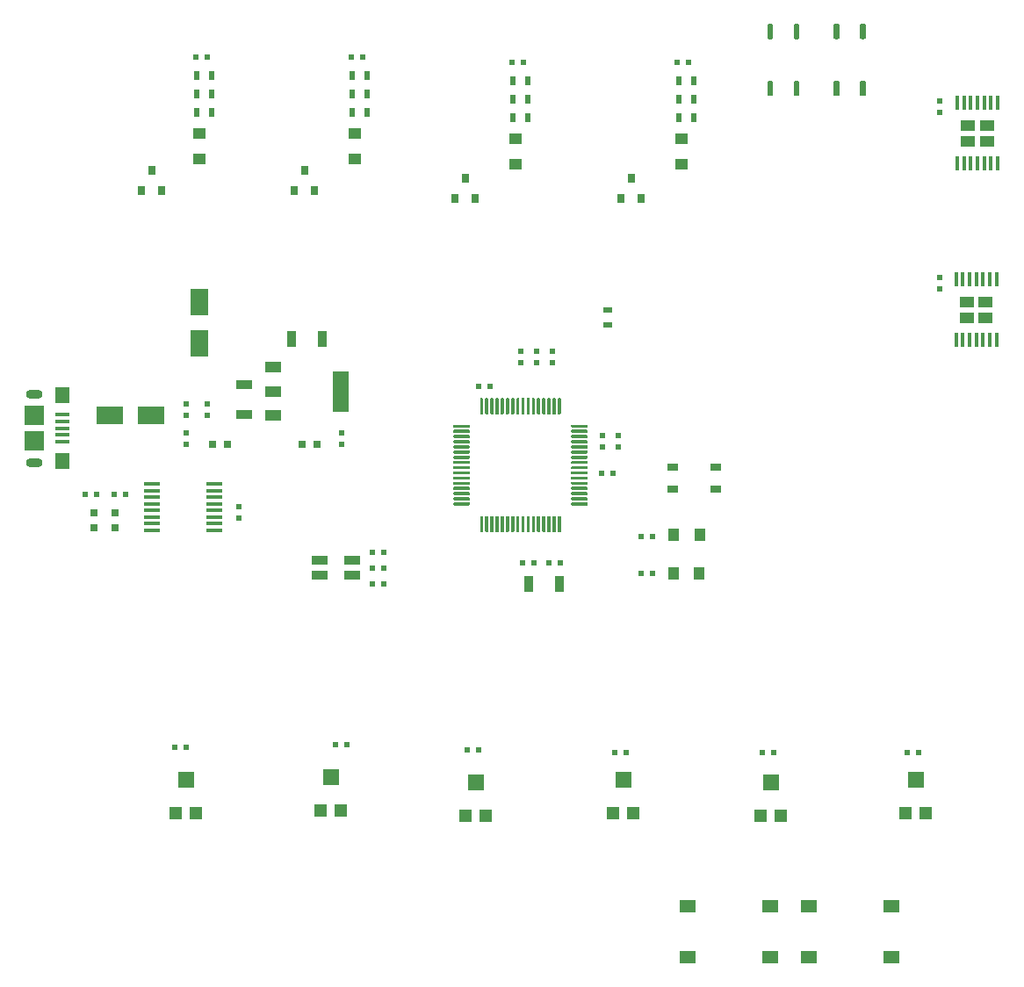
<source format=gbr>
G04 #@! TF.GenerationSoftware,KiCad,Pcbnew,(5.1.5)-3*
G04 #@! TF.CreationDate,2020-04-16T22:09:37-07:00*
G04 #@! TF.ProjectId,Digital_Board_Rev_1,44696769-7461-46c5-9f42-6f6172645f52,rev?*
G04 #@! TF.SameCoordinates,Original*
G04 #@! TF.FileFunction,Paste,Top*
G04 #@! TF.FilePolarity,Positive*
%FSLAX46Y46*%
G04 Gerber Fmt 4.6, Leading zero omitted, Abs format (unit mm)*
G04 Created by KiCad (PCBNEW (5.1.5)-3) date 2020-04-16 22:09:37*
%MOMM*%
%LPD*%
G04 APERTURE LIST*
%ADD10R,1.899920X1.899920*%
%ADD11R,1.399540X1.597660*%
%ADD12O,1.597660X0.899160*%
%ADD13R,1.348740X0.398780*%
%ADD14R,1.498600X0.299720*%
%ADD15R,0.599440X0.497840*%
%ADD16R,1.198880X1.198880*%
%ADD17R,1.597660X1.498600*%
%ADD18R,0.497840X0.599440*%
%ADD19C,0.100000*%
%ADD20R,0.797560X0.899160*%
%ADD21R,1.400000X1.100000*%
%ADD22R,0.450000X1.450000*%
%ADD23R,1.498600X0.998220*%
%ADD24R,1.498600X3.997960*%
%ADD25R,1.049020X0.647700*%
%ADD26R,1.549400X1.297940*%
%ADD27R,0.899160X0.599440*%
%ADD28R,0.599440X0.899160*%
%ADD29R,1.699260X2.499360*%
%ADD30R,1.099820X1.249680*%
%ADD31R,1.498600X0.899160*%
%ADD32R,1.249680X1.099820*%
%ADD33R,0.797560X0.797560*%
%ADD34R,2.499360X1.699260*%
%ADD35R,0.899160X1.597660*%
%ADD36R,1.597660X0.899160*%
G04 APERTURE END LIST*
D10*
X26789380Y-72318880D03*
X26789380Y-69921120D03*
D11*
X29464000Y-74317860D03*
X29464000Y-67922140D03*
D12*
X26794460Y-74419460D03*
X26794460Y-67820540D03*
D13*
X29464000Y-72417940D03*
X29464000Y-71767700D03*
X29464000Y-71120000D03*
X29464000Y-70472300D03*
X29464000Y-69822060D03*
D14*
X38148260Y-80962500D03*
X38148260Y-80327500D03*
X38148260Y-79692500D03*
X38148260Y-79057500D03*
X38148260Y-78422500D03*
X38148260Y-77787500D03*
X38148260Y-77152500D03*
X38148260Y-76517500D03*
X44147740Y-76517500D03*
X44147740Y-77152500D03*
X44147740Y-77787500D03*
X44147740Y-78422500D03*
X44147740Y-79057500D03*
X44147740Y-79692500D03*
X44147740Y-80327500D03*
X44147740Y-80962500D03*
D15*
X114046000Y-56601360D03*
X114046000Y-57698640D03*
X114046000Y-39583360D03*
X114046000Y-40680640D03*
D16*
X56370220Y-107970320D03*
D17*
X55372000Y-104724200D03*
D16*
X54373780Y-107970320D03*
D18*
X43474640Y-35306000D03*
X42377360Y-35306000D03*
X58460640Y-35306000D03*
X57363360Y-35306000D03*
X73954640Y-35814000D03*
X72857360Y-35814000D03*
X89873961Y-35814000D03*
X88776681Y-35814000D03*
D19*
G36*
X104287837Y-32151982D02*
G01*
X104301185Y-32153962D01*
X104314274Y-32157241D01*
X104326979Y-32161787D01*
X104339177Y-32167556D01*
X104350751Y-32174493D01*
X104361589Y-32182531D01*
X104371587Y-32191593D01*
X104380649Y-32201591D01*
X104388687Y-32212429D01*
X104395624Y-32224003D01*
X104401393Y-32236201D01*
X104405939Y-32248906D01*
X104409218Y-32261995D01*
X104411198Y-32275343D01*
X104411860Y-32288820D01*
X104411860Y-33463820D01*
X104411198Y-33477297D01*
X104409218Y-33490645D01*
X104405939Y-33503734D01*
X104401393Y-33516439D01*
X104395624Y-33528637D01*
X104388687Y-33540211D01*
X104380649Y-33551049D01*
X104371587Y-33561047D01*
X104361589Y-33570109D01*
X104350751Y-33578147D01*
X104339177Y-33585084D01*
X104326979Y-33590853D01*
X104314274Y-33595399D01*
X104301185Y-33598678D01*
X104287837Y-33600658D01*
X104274360Y-33601320D01*
X103999360Y-33601320D01*
X103985883Y-33600658D01*
X103972535Y-33598678D01*
X103959446Y-33595399D01*
X103946741Y-33590853D01*
X103934543Y-33585084D01*
X103922969Y-33578147D01*
X103912131Y-33570109D01*
X103902133Y-33561047D01*
X103893071Y-33551049D01*
X103885033Y-33540211D01*
X103878096Y-33528637D01*
X103872327Y-33516439D01*
X103867781Y-33503734D01*
X103864502Y-33490645D01*
X103862522Y-33477297D01*
X103861860Y-33463820D01*
X103861860Y-32288820D01*
X103862522Y-32275343D01*
X103864502Y-32261995D01*
X103867781Y-32248906D01*
X103872327Y-32236201D01*
X103878096Y-32224003D01*
X103885033Y-32212429D01*
X103893071Y-32201591D01*
X103902133Y-32191593D01*
X103912131Y-32182531D01*
X103922969Y-32174493D01*
X103934543Y-32167556D01*
X103946741Y-32161787D01*
X103959446Y-32157241D01*
X103972535Y-32153962D01*
X103985883Y-32151982D01*
X103999360Y-32151320D01*
X104274360Y-32151320D01*
X104287837Y-32151982D01*
G37*
G36*
X106827837Y-32151982D02*
G01*
X106841185Y-32153962D01*
X106854274Y-32157241D01*
X106866979Y-32161787D01*
X106879177Y-32167556D01*
X106890751Y-32174493D01*
X106901589Y-32182531D01*
X106911587Y-32191593D01*
X106920649Y-32201591D01*
X106928687Y-32212429D01*
X106935624Y-32224003D01*
X106941393Y-32236201D01*
X106945939Y-32248906D01*
X106949218Y-32261995D01*
X106951198Y-32275343D01*
X106951860Y-32288820D01*
X106951860Y-33463820D01*
X106951198Y-33477297D01*
X106949218Y-33490645D01*
X106945939Y-33503734D01*
X106941393Y-33516439D01*
X106935624Y-33528637D01*
X106928687Y-33540211D01*
X106920649Y-33551049D01*
X106911587Y-33561047D01*
X106901589Y-33570109D01*
X106890751Y-33578147D01*
X106879177Y-33585084D01*
X106866979Y-33590853D01*
X106854274Y-33595399D01*
X106841185Y-33598678D01*
X106827837Y-33600658D01*
X106814360Y-33601320D01*
X106539360Y-33601320D01*
X106525883Y-33600658D01*
X106512535Y-33598678D01*
X106499446Y-33595399D01*
X106486741Y-33590853D01*
X106474543Y-33585084D01*
X106462969Y-33578147D01*
X106452131Y-33570109D01*
X106442133Y-33561047D01*
X106433071Y-33551049D01*
X106425033Y-33540211D01*
X106418096Y-33528637D01*
X106412327Y-33516439D01*
X106407781Y-33503734D01*
X106404502Y-33490645D01*
X106402522Y-33477297D01*
X106401860Y-33463820D01*
X106401860Y-32288820D01*
X106402522Y-32275343D01*
X106404502Y-32261995D01*
X106407781Y-32248906D01*
X106412327Y-32236201D01*
X106418096Y-32224003D01*
X106425033Y-32212429D01*
X106433071Y-32201591D01*
X106442133Y-32191593D01*
X106452131Y-32182531D01*
X106462969Y-32174493D01*
X106474543Y-32167556D01*
X106486741Y-32161787D01*
X106499446Y-32157241D01*
X106512535Y-32153962D01*
X106525883Y-32151982D01*
X106539360Y-32151320D01*
X106814360Y-32151320D01*
X106827837Y-32151982D01*
G37*
G36*
X106827837Y-37651982D02*
G01*
X106841185Y-37653962D01*
X106854274Y-37657241D01*
X106866979Y-37661787D01*
X106879177Y-37667556D01*
X106890751Y-37674493D01*
X106901589Y-37682531D01*
X106911587Y-37691593D01*
X106920649Y-37701591D01*
X106928687Y-37712429D01*
X106935624Y-37724003D01*
X106941393Y-37736201D01*
X106945939Y-37748906D01*
X106949218Y-37761995D01*
X106951198Y-37775343D01*
X106951860Y-37788820D01*
X106951860Y-38963820D01*
X106951198Y-38977297D01*
X106949218Y-38990645D01*
X106945939Y-39003734D01*
X106941393Y-39016439D01*
X106935624Y-39028637D01*
X106928687Y-39040211D01*
X106920649Y-39051049D01*
X106911587Y-39061047D01*
X106901589Y-39070109D01*
X106890751Y-39078147D01*
X106879177Y-39085084D01*
X106866979Y-39090853D01*
X106854274Y-39095399D01*
X106841185Y-39098678D01*
X106827837Y-39100658D01*
X106814360Y-39101320D01*
X106539360Y-39101320D01*
X106525883Y-39100658D01*
X106512535Y-39098678D01*
X106499446Y-39095399D01*
X106486741Y-39090853D01*
X106474543Y-39085084D01*
X106462969Y-39078147D01*
X106452131Y-39070109D01*
X106442133Y-39061047D01*
X106433071Y-39051049D01*
X106425033Y-39040211D01*
X106418096Y-39028637D01*
X106412327Y-39016439D01*
X106407781Y-39003734D01*
X106404502Y-38990645D01*
X106402522Y-38977297D01*
X106401860Y-38963820D01*
X106401860Y-37788820D01*
X106402522Y-37775343D01*
X106404502Y-37761995D01*
X106407781Y-37748906D01*
X106412327Y-37736201D01*
X106418096Y-37724003D01*
X106425033Y-37712429D01*
X106433071Y-37701591D01*
X106442133Y-37691593D01*
X106452131Y-37682531D01*
X106462969Y-37674493D01*
X106474543Y-37667556D01*
X106486741Y-37661787D01*
X106499446Y-37657241D01*
X106512535Y-37653962D01*
X106525883Y-37651982D01*
X106539360Y-37651320D01*
X106814360Y-37651320D01*
X106827837Y-37651982D01*
G37*
G36*
X104287837Y-37651982D02*
G01*
X104301185Y-37653962D01*
X104314274Y-37657241D01*
X104326979Y-37661787D01*
X104339177Y-37667556D01*
X104350751Y-37674493D01*
X104361589Y-37682531D01*
X104371587Y-37691593D01*
X104380649Y-37701591D01*
X104388687Y-37712429D01*
X104395624Y-37724003D01*
X104401393Y-37736201D01*
X104405939Y-37748906D01*
X104409218Y-37761995D01*
X104411198Y-37775343D01*
X104411860Y-37788820D01*
X104411860Y-38963820D01*
X104411198Y-38977297D01*
X104409218Y-38990645D01*
X104405939Y-39003734D01*
X104401393Y-39016439D01*
X104395624Y-39028637D01*
X104388687Y-39040211D01*
X104380649Y-39051049D01*
X104371587Y-39061047D01*
X104361589Y-39070109D01*
X104350751Y-39078147D01*
X104339177Y-39085084D01*
X104326979Y-39090853D01*
X104314274Y-39095399D01*
X104301185Y-39098678D01*
X104287837Y-39100658D01*
X104274360Y-39101320D01*
X103999360Y-39101320D01*
X103985883Y-39100658D01*
X103972535Y-39098678D01*
X103959446Y-39095399D01*
X103946741Y-39090853D01*
X103934543Y-39085084D01*
X103922969Y-39078147D01*
X103912131Y-39070109D01*
X103902133Y-39061047D01*
X103893071Y-39051049D01*
X103885033Y-39040211D01*
X103878096Y-39028637D01*
X103872327Y-39016439D01*
X103867781Y-39003734D01*
X103864502Y-38990645D01*
X103862522Y-38977297D01*
X103861860Y-38963820D01*
X103861860Y-37788820D01*
X103862522Y-37775343D01*
X103864502Y-37761995D01*
X103867781Y-37748906D01*
X103872327Y-37736201D01*
X103878096Y-37724003D01*
X103885033Y-37712429D01*
X103893071Y-37701591D01*
X103902133Y-37691593D01*
X103912131Y-37682531D01*
X103922969Y-37674493D01*
X103934543Y-37667556D01*
X103946741Y-37661787D01*
X103959446Y-37657241D01*
X103972535Y-37653962D01*
X103985883Y-37651982D01*
X103999360Y-37651320D01*
X104274360Y-37651320D01*
X104287837Y-37651982D01*
G37*
G36*
X97875837Y-32151982D02*
G01*
X97889185Y-32153962D01*
X97902274Y-32157241D01*
X97914979Y-32161787D01*
X97927177Y-32167556D01*
X97938751Y-32174493D01*
X97949589Y-32182531D01*
X97959587Y-32191593D01*
X97968649Y-32201591D01*
X97976687Y-32212429D01*
X97983624Y-32224003D01*
X97989393Y-32236201D01*
X97993939Y-32248906D01*
X97997218Y-32261995D01*
X97999198Y-32275343D01*
X97999860Y-32288820D01*
X97999860Y-33463820D01*
X97999198Y-33477297D01*
X97997218Y-33490645D01*
X97993939Y-33503734D01*
X97989393Y-33516439D01*
X97983624Y-33528637D01*
X97976687Y-33540211D01*
X97968649Y-33551049D01*
X97959587Y-33561047D01*
X97949589Y-33570109D01*
X97938751Y-33578147D01*
X97927177Y-33585084D01*
X97914979Y-33590853D01*
X97902274Y-33595399D01*
X97889185Y-33598678D01*
X97875837Y-33600658D01*
X97862360Y-33601320D01*
X97587360Y-33601320D01*
X97573883Y-33600658D01*
X97560535Y-33598678D01*
X97547446Y-33595399D01*
X97534741Y-33590853D01*
X97522543Y-33585084D01*
X97510969Y-33578147D01*
X97500131Y-33570109D01*
X97490133Y-33561047D01*
X97481071Y-33551049D01*
X97473033Y-33540211D01*
X97466096Y-33528637D01*
X97460327Y-33516439D01*
X97455781Y-33503734D01*
X97452502Y-33490645D01*
X97450522Y-33477297D01*
X97449860Y-33463820D01*
X97449860Y-32288820D01*
X97450522Y-32275343D01*
X97452502Y-32261995D01*
X97455781Y-32248906D01*
X97460327Y-32236201D01*
X97466096Y-32224003D01*
X97473033Y-32212429D01*
X97481071Y-32201591D01*
X97490133Y-32191593D01*
X97500131Y-32182531D01*
X97510969Y-32174493D01*
X97522543Y-32167556D01*
X97534741Y-32161787D01*
X97547446Y-32157241D01*
X97560535Y-32153962D01*
X97573883Y-32151982D01*
X97587360Y-32151320D01*
X97862360Y-32151320D01*
X97875837Y-32151982D01*
G37*
G36*
X100415837Y-32151982D02*
G01*
X100429185Y-32153962D01*
X100442274Y-32157241D01*
X100454979Y-32161787D01*
X100467177Y-32167556D01*
X100478751Y-32174493D01*
X100489589Y-32182531D01*
X100499587Y-32191593D01*
X100508649Y-32201591D01*
X100516687Y-32212429D01*
X100523624Y-32224003D01*
X100529393Y-32236201D01*
X100533939Y-32248906D01*
X100537218Y-32261995D01*
X100539198Y-32275343D01*
X100539860Y-32288820D01*
X100539860Y-33463820D01*
X100539198Y-33477297D01*
X100537218Y-33490645D01*
X100533939Y-33503734D01*
X100529393Y-33516439D01*
X100523624Y-33528637D01*
X100516687Y-33540211D01*
X100508649Y-33551049D01*
X100499587Y-33561047D01*
X100489589Y-33570109D01*
X100478751Y-33578147D01*
X100467177Y-33585084D01*
X100454979Y-33590853D01*
X100442274Y-33595399D01*
X100429185Y-33598678D01*
X100415837Y-33600658D01*
X100402360Y-33601320D01*
X100127360Y-33601320D01*
X100113883Y-33600658D01*
X100100535Y-33598678D01*
X100087446Y-33595399D01*
X100074741Y-33590853D01*
X100062543Y-33585084D01*
X100050969Y-33578147D01*
X100040131Y-33570109D01*
X100030133Y-33561047D01*
X100021071Y-33551049D01*
X100013033Y-33540211D01*
X100006096Y-33528637D01*
X100000327Y-33516439D01*
X99995781Y-33503734D01*
X99992502Y-33490645D01*
X99990522Y-33477297D01*
X99989860Y-33463820D01*
X99989860Y-32288820D01*
X99990522Y-32275343D01*
X99992502Y-32261995D01*
X99995781Y-32248906D01*
X100000327Y-32236201D01*
X100006096Y-32224003D01*
X100013033Y-32212429D01*
X100021071Y-32201591D01*
X100030133Y-32191593D01*
X100040131Y-32182531D01*
X100050969Y-32174493D01*
X100062543Y-32167556D01*
X100074741Y-32161787D01*
X100087446Y-32157241D01*
X100100535Y-32153962D01*
X100113883Y-32151982D01*
X100127360Y-32151320D01*
X100402360Y-32151320D01*
X100415837Y-32151982D01*
G37*
G36*
X100415837Y-37651982D02*
G01*
X100429185Y-37653962D01*
X100442274Y-37657241D01*
X100454979Y-37661787D01*
X100467177Y-37667556D01*
X100478751Y-37674493D01*
X100489589Y-37682531D01*
X100499587Y-37691593D01*
X100508649Y-37701591D01*
X100516687Y-37712429D01*
X100523624Y-37724003D01*
X100529393Y-37736201D01*
X100533939Y-37748906D01*
X100537218Y-37761995D01*
X100539198Y-37775343D01*
X100539860Y-37788820D01*
X100539860Y-38963820D01*
X100539198Y-38977297D01*
X100537218Y-38990645D01*
X100533939Y-39003734D01*
X100529393Y-39016439D01*
X100523624Y-39028637D01*
X100516687Y-39040211D01*
X100508649Y-39051049D01*
X100499587Y-39061047D01*
X100489589Y-39070109D01*
X100478751Y-39078147D01*
X100467177Y-39085084D01*
X100454979Y-39090853D01*
X100442274Y-39095399D01*
X100429185Y-39098678D01*
X100415837Y-39100658D01*
X100402360Y-39101320D01*
X100127360Y-39101320D01*
X100113883Y-39100658D01*
X100100535Y-39098678D01*
X100087446Y-39095399D01*
X100074741Y-39090853D01*
X100062543Y-39085084D01*
X100050969Y-39078147D01*
X100040131Y-39070109D01*
X100030133Y-39061047D01*
X100021071Y-39051049D01*
X100013033Y-39040211D01*
X100006096Y-39028637D01*
X100000327Y-39016439D01*
X99995781Y-39003734D01*
X99992502Y-38990645D01*
X99990522Y-38977297D01*
X99989860Y-38963820D01*
X99989860Y-37788820D01*
X99990522Y-37775343D01*
X99992502Y-37761995D01*
X99995781Y-37748906D01*
X100000327Y-37736201D01*
X100006096Y-37724003D01*
X100013033Y-37712429D01*
X100021071Y-37701591D01*
X100030133Y-37691593D01*
X100040131Y-37682531D01*
X100050969Y-37674493D01*
X100062543Y-37667556D01*
X100074741Y-37661787D01*
X100087446Y-37657241D01*
X100100535Y-37653962D01*
X100113883Y-37651982D01*
X100127360Y-37651320D01*
X100402360Y-37651320D01*
X100415837Y-37651982D01*
G37*
G36*
X97875837Y-37651982D02*
G01*
X97889185Y-37653962D01*
X97902274Y-37657241D01*
X97914979Y-37661787D01*
X97927177Y-37667556D01*
X97938751Y-37674493D01*
X97949589Y-37682531D01*
X97959587Y-37691593D01*
X97968649Y-37701591D01*
X97976687Y-37712429D01*
X97983624Y-37724003D01*
X97989393Y-37736201D01*
X97993939Y-37748906D01*
X97997218Y-37761995D01*
X97999198Y-37775343D01*
X97999860Y-37788820D01*
X97999860Y-38963820D01*
X97999198Y-38977297D01*
X97997218Y-38990645D01*
X97993939Y-39003734D01*
X97989393Y-39016439D01*
X97983624Y-39028637D01*
X97976687Y-39040211D01*
X97968649Y-39051049D01*
X97959587Y-39061047D01*
X97949589Y-39070109D01*
X97938751Y-39078147D01*
X97927177Y-39085084D01*
X97914979Y-39090853D01*
X97902274Y-39095399D01*
X97889185Y-39098678D01*
X97875837Y-39100658D01*
X97862360Y-39101320D01*
X97587360Y-39101320D01*
X97573883Y-39100658D01*
X97560535Y-39098678D01*
X97547446Y-39095399D01*
X97534741Y-39090853D01*
X97522543Y-39085084D01*
X97510969Y-39078147D01*
X97500131Y-39070109D01*
X97490133Y-39061047D01*
X97481071Y-39051049D01*
X97473033Y-39040211D01*
X97466096Y-39028637D01*
X97460327Y-39016439D01*
X97455781Y-39003734D01*
X97452502Y-38990645D01*
X97450522Y-38977297D01*
X97449860Y-38963820D01*
X97449860Y-37788820D01*
X97450522Y-37775343D01*
X97452502Y-37761995D01*
X97455781Y-37748906D01*
X97460327Y-37736201D01*
X97466096Y-37724003D01*
X97473033Y-37712429D01*
X97481071Y-37701591D01*
X97490133Y-37691593D01*
X97500131Y-37682531D01*
X97510969Y-37674493D01*
X97522543Y-37667556D01*
X97534741Y-37661787D01*
X97547446Y-37657241D01*
X97560535Y-37653962D01*
X97573883Y-37651982D01*
X97587360Y-37651320D01*
X97862360Y-37651320D01*
X97875837Y-37651982D01*
G37*
D15*
X73660000Y-63713360D03*
X73660000Y-64810640D03*
D19*
G36*
X77492351Y-79576361D02*
G01*
X77499632Y-79577441D01*
X77506771Y-79579229D01*
X77513701Y-79581709D01*
X77520355Y-79584856D01*
X77526668Y-79588640D01*
X77532579Y-79593024D01*
X77538033Y-79597967D01*
X77542976Y-79603421D01*
X77547360Y-79609332D01*
X77551144Y-79615645D01*
X77554291Y-79622299D01*
X77556771Y-79629229D01*
X77558559Y-79636368D01*
X77559639Y-79643649D01*
X77560000Y-79651000D01*
X77560000Y-81051000D01*
X77559639Y-81058351D01*
X77558559Y-81065632D01*
X77556771Y-81072771D01*
X77554291Y-81079701D01*
X77551144Y-81086355D01*
X77547360Y-81092668D01*
X77542976Y-81098579D01*
X77538033Y-81104033D01*
X77532579Y-81108976D01*
X77526668Y-81113360D01*
X77520355Y-81117144D01*
X77513701Y-81120291D01*
X77506771Y-81122771D01*
X77499632Y-81124559D01*
X77492351Y-81125639D01*
X77485000Y-81126000D01*
X77335000Y-81126000D01*
X77327649Y-81125639D01*
X77320368Y-81124559D01*
X77313229Y-81122771D01*
X77306299Y-81120291D01*
X77299645Y-81117144D01*
X77293332Y-81113360D01*
X77287421Y-81108976D01*
X77281967Y-81104033D01*
X77277024Y-81098579D01*
X77272640Y-81092668D01*
X77268856Y-81086355D01*
X77265709Y-81079701D01*
X77263229Y-81072771D01*
X77261441Y-81065632D01*
X77260361Y-81058351D01*
X77260000Y-81051000D01*
X77260000Y-79651000D01*
X77260361Y-79643649D01*
X77261441Y-79636368D01*
X77263229Y-79629229D01*
X77265709Y-79622299D01*
X77268856Y-79615645D01*
X77272640Y-79609332D01*
X77277024Y-79603421D01*
X77281967Y-79597967D01*
X77287421Y-79593024D01*
X77293332Y-79588640D01*
X77299645Y-79584856D01*
X77306299Y-79581709D01*
X77313229Y-79579229D01*
X77320368Y-79577441D01*
X77327649Y-79576361D01*
X77335000Y-79576000D01*
X77485000Y-79576000D01*
X77492351Y-79576361D01*
G37*
G36*
X76992351Y-79576361D02*
G01*
X76999632Y-79577441D01*
X77006771Y-79579229D01*
X77013701Y-79581709D01*
X77020355Y-79584856D01*
X77026668Y-79588640D01*
X77032579Y-79593024D01*
X77038033Y-79597967D01*
X77042976Y-79603421D01*
X77047360Y-79609332D01*
X77051144Y-79615645D01*
X77054291Y-79622299D01*
X77056771Y-79629229D01*
X77058559Y-79636368D01*
X77059639Y-79643649D01*
X77060000Y-79651000D01*
X77060000Y-81051000D01*
X77059639Y-81058351D01*
X77058559Y-81065632D01*
X77056771Y-81072771D01*
X77054291Y-81079701D01*
X77051144Y-81086355D01*
X77047360Y-81092668D01*
X77042976Y-81098579D01*
X77038033Y-81104033D01*
X77032579Y-81108976D01*
X77026668Y-81113360D01*
X77020355Y-81117144D01*
X77013701Y-81120291D01*
X77006771Y-81122771D01*
X76999632Y-81124559D01*
X76992351Y-81125639D01*
X76985000Y-81126000D01*
X76835000Y-81126000D01*
X76827649Y-81125639D01*
X76820368Y-81124559D01*
X76813229Y-81122771D01*
X76806299Y-81120291D01*
X76799645Y-81117144D01*
X76793332Y-81113360D01*
X76787421Y-81108976D01*
X76781967Y-81104033D01*
X76777024Y-81098579D01*
X76772640Y-81092668D01*
X76768856Y-81086355D01*
X76765709Y-81079701D01*
X76763229Y-81072771D01*
X76761441Y-81065632D01*
X76760361Y-81058351D01*
X76760000Y-81051000D01*
X76760000Y-79651000D01*
X76760361Y-79643649D01*
X76761441Y-79636368D01*
X76763229Y-79629229D01*
X76765709Y-79622299D01*
X76768856Y-79615645D01*
X76772640Y-79609332D01*
X76777024Y-79603421D01*
X76781967Y-79597967D01*
X76787421Y-79593024D01*
X76793332Y-79588640D01*
X76799645Y-79584856D01*
X76806299Y-79581709D01*
X76813229Y-79579229D01*
X76820368Y-79577441D01*
X76827649Y-79576361D01*
X76835000Y-79576000D01*
X76985000Y-79576000D01*
X76992351Y-79576361D01*
G37*
G36*
X76492351Y-79576361D02*
G01*
X76499632Y-79577441D01*
X76506771Y-79579229D01*
X76513701Y-79581709D01*
X76520355Y-79584856D01*
X76526668Y-79588640D01*
X76532579Y-79593024D01*
X76538033Y-79597967D01*
X76542976Y-79603421D01*
X76547360Y-79609332D01*
X76551144Y-79615645D01*
X76554291Y-79622299D01*
X76556771Y-79629229D01*
X76558559Y-79636368D01*
X76559639Y-79643649D01*
X76560000Y-79651000D01*
X76560000Y-81051000D01*
X76559639Y-81058351D01*
X76558559Y-81065632D01*
X76556771Y-81072771D01*
X76554291Y-81079701D01*
X76551144Y-81086355D01*
X76547360Y-81092668D01*
X76542976Y-81098579D01*
X76538033Y-81104033D01*
X76532579Y-81108976D01*
X76526668Y-81113360D01*
X76520355Y-81117144D01*
X76513701Y-81120291D01*
X76506771Y-81122771D01*
X76499632Y-81124559D01*
X76492351Y-81125639D01*
X76485000Y-81126000D01*
X76335000Y-81126000D01*
X76327649Y-81125639D01*
X76320368Y-81124559D01*
X76313229Y-81122771D01*
X76306299Y-81120291D01*
X76299645Y-81117144D01*
X76293332Y-81113360D01*
X76287421Y-81108976D01*
X76281967Y-81104033D01*
X76277024Y-81098579D01*
X76272640Y-81092668D01*
X76268856Y-81086355D01*
X76265709Y-81079701D01*
X76263229Y-81072771D01*
X76261441Y-81065632D01*
X76260361Y-81058351D01*
X76260000Y-81051000D01*
X76260000Y-79651000D01*
X76260361Y-79643649D01*
X76261441Y-79636368D01*
X76263229Y-79629229D01*
X76265709Y-79622299D01*
X76268856Y-79615645D01*
X76272640Y-79609332D01*
X76277024Y-79603421D01*
X76281967Y-79597967D01*
X76287421Y-79593024D01*
X76293332Y-79588640D01*
X76299645Y-79584856D01*
X76306299Y-79581709D01*
X76313229Y-79579229D01*
X76320368Y-79577441D01*
X76327649Y-79576361D01*
X76335000Y-79576000D01*
X76485000Y-79576000D01*
X76492351Y-79576361D01*
G37*
G36*
X75992351Y-79576361D02*
G01*
X75999632Y-79577441D01*
X76006771Y-79579229D01*
X76013701Y-79581709D01*
X76020355Y-79584856D01*
X76026668Y-79588640D01*
X76032579Y-79593024D01*
X76038033Y-79597967D01*
X76042976Y-79603421D01*
X76047360Y-79609332D01*
X76051144Y-79615645D01*
X76054291Y-79622299D01*
X76056771Y-79629229D01*
X76058559Y-79636368D01*
X76059639Y-79643649D01*
X76060000Y-79651000D01*
X76060000Y-81051000D01*
X76059639Y-81058351D01*
X76058559Y-81065632D01*
X76056771Y-81072771D01*
X76054291Y-81079701D01*
X76051144Y-81086355D01*
X76047360Y-81092668D01*
X76042976Y-81098579D01*
X76038033Y-81104033D01*
X76032579Y-81108976D01*
X76026668Y-81113360D01*
X76020355Y-81117144D01*
X76013701Y-81120291D01*
X76006771Y-81122771D01*
X75999632Y-81124559D01*
X75992351Y-81125639D01*
X75985000Y-81126000D01*
X75835000Y-81126000D01*
X75827649Y-81125639D01*
X75820368Y-81124559D01*
X75813229Y-81122771D01*
X75806299Y-81120291D01*
X75799645Y-81117144D01*
X75793332Y-81113360D01*
X75787421Y-81108976D01*
X75781967Y-81104033D01*
X75777024Y-81098579D01*
X75772640Y-81092668D01*
X75768856Y-81086355D01*
X75765709Y-81079701D01*
X75763229Y-81072771D01*
X75761441Y-81065632D01*
X75760361Y-81058351D01*
X75760000Y-81051000D01*
X75760000Y-79651000D01*
X75760361Y-79643649D01*
X75761441Y-79636368D01*
X75763229Y-79629229D01*
X75765709Y-79622299D01*
X75768856Y-79615645D01*
X75772640Y-79609332D01*
X75777024Y-79603421D01*
X75781967Y-79597967D01*
X75787421Y-79593024D01*
X75793332Y-79588640D01*
X75799645Y-79584856D01*
X75806299Y-79581709D01*
X75813229Y-79579229D01*
X75820368Y-79577441D01*
X75827649Y-79576361D01*
X75835000Y-79576000D01*
X75985000Y-79576000D01*
X75992351Y-79576361D01*
G37*
G36*
X75492351Y-79576361D02*
G01*
X75499632Y-79577441D01*
X75506771Y-79579229D01*
X75513701Y-79581709D01*
X75520355Y-79584856D01*
X75526668Y-79588640D01*
X75532579Y-79593024D01*
X75538033Y-79597967D01*
X75542976Y-79603421D01*
X75547360Y-79609332D01*
X75551144Y-79615645D01*
X75554291Y-79622299D01*
X75556771Y-79629229D01*
X75558559Y-79636368D01*
X75559639Y-79643649D01*
X75560000Y-79651000D01*
X75560000Y-81051000D01*
X75559639Y-81058351D01*
X75558559Y-81065632D01*
X75556771Y-81072771D01*
X75554291Y-81079701D01*
X75551144Y-81086355D01*
X75547360Y-81092668D01*
X75542976Y-81098579D01*
X75538033Y-81104033D01*
X75532579Y-81108976D01*
X75526668Y-81113360D01*
X75520355Y-81117144D01*
X75513701Y-81120291D01*
X75506771Y-81122771D01*
X75499632Y-81124559D01*
X75492351Y-81125639D01*
X75485000Y-81126000D01*
X75335000Y-81126000D01*
X75327649Y-81125639D01*
X75320368Y-81124559D01*
X75313229Y-81122771D01*
X75306299Y-81120291D01*
X75299645Y-81117144D01*
X75293332Y-81113360D01*
X75287421Y-81108976D01*
X75281967Y-81104033D01*
X75277024Y-81098579D01*
X75272640Y-81092668D01*
X75268856Y-81086355D01*
X75265709Y-81079701D01*
X75263229Y-81072771D01*
X75261441Y-81065632D01*
X75260361Y-81058351D01*
X75260000Y-81051000D01*
X75260000Y-79651000D01*
X75260361Y-79643649D01*
X75261441Y-79636368D01*
X75263229Y-79629229D01*
X75265709Y-79622299D01*
X75268856Y-79615645D01*
X75272640Y-79609332D01*
X75277024Y-79603421D01*
X75281967Y-79597967D01*
X75287421Y-79593024D01*
X75293332Y-79588640D01*
X75299645Y-79584856D01*
X75306299Y-79581709D01*
X75313229Y-79579229D01*
X75320368Y-79577441D01*
X75327649Y-79576361D01*
X75335000Y-79576000D01*
X75485000Y-79576000D01*
X75492351Y-79576361D01*
G37*
G36*
X74992351Y-79576361D02*
G01*
X74999632Y-79577441D01*
X75006771Y-79579229D01*
X75013701Y-79581709D01*
X75020355Y-79584856D01*
X75026668Y-79588640D01*
X75032579Y-79593024D01*
X75038033Y-79597967D01*
X75042976Y-79603421D01*
X75047360Y-79609332D01*
X75051144Y-79615645D01*
X75054291Y-79622299D01*
X75056771Y-79629229D01*
X75058559Y-79636368D01*
X75059639Y-79643649D01*
X75060000Y-79651000D01*
X75060000Y-81051000D01*
X75059639Y-81058351D01*
X75058559Y-81065632D01*
X75056771Y-81072771D01*
X75054291Y-81079701D01*
X75051144Y-81086355D01*
X75047360Y-81092668D01*
X75042976Y-81098579D01*
X75038033Y-81104033D01*
X75032579Y-81108976D01*
X75026668Y-81113360D01*
X75020355Y-81117144D01*
X75013701Y-81120291D01*
X75006771Y-81122771D01*
X74999632Y-81124559D01*
X74992351Y-81125639D01*
X74985000Y-81126000D01*
X74835000Y-81126000D01*
X74827649Y-81125639D01*
X74820368Y-81124559D01*
X74813229Y-81122771D01*
X74806299Y-81120291D01*
X74799645Y-81117144D01*
X74793332Y-81113360D01*
X74787421Y-81108976D01*
X74781967Y-81104033D01*
X74777024Y-81098579D01*
X74772640Y-81092668D01*
X74768856Y-81086355D01*
X74765709Y-81079701D01*
X74763229Y-81072771D01*
X74761441Y-81065632D01*
X74760361Y-81058351D01*
X74760000Y-81051000D01*
X74760000Y-79651000D01*
X74760361Y-79643649D01*
X74761441Y-79636368D01*
X74763229Y-79629229D01*
X74765709Y-79622299D01*
X74768856Y-79615645D01*
X74772640Y-79609332D01*
X74777024Y-79603421D01*
X74781967Y-79597967D01*
X74787421Y-79593024D01*
X74793332Y-79588640D01*
X74799645Y-79584856D01*
X74806299Y-79581709D01*
X74813229Y-79579229D01*
X74820368Y-79577441D01*
X74827649Y-79576361D01*
X74835000Y-79576000D01*
X74985000Y-79576000D01*
X74992351Y-79576361D01*
G37*
G36*
X74492351Y-79576361D02*
G01*
X74499632Y-79577441D01*
X74506771Y-79579229D01*
X74513701Y-79581709D01*
X74520355Y-79584856D01*
X74526668Y-79588640D01*
X74532579Y-79593024D01*
X74538033Y-79597967D01*
X74542976Y-79603421D01*
X74547360Y-79609332D01*
X74551144Y-79615645D01*
X74554291Y-79622299D01*
X74556771Y-79629229D01*
X74558559Y-79636368D01*
X74559639Y-79643649D01*
X74560000Y-79651000D01*
X74560000Y-81051000D01*
X74559639Y-81058351D01*
X74558559Y-81065632D01*
X74556771Y-81072771D01*
X74554291Y-81079701D01*
X74551144Y-81086355D01*
X74547360Y-81092668D01*
X74542976Y-81098579D01*
X74538033Y-81104033D01*
X74532579Y-81108976D01*
X74526668Y-81113360D01*
X74520355Y-81117144D01*
X74513701Y-81120291D01*
X74506771Y-81122771D01*
X74499632Y-81124559D01*
X74492351Y-81125639D01*
X74485000Y-81126000D01*
X74335000Y-81126000D01*
X74327649Y-81125639D01*
X74320368Y-81124559D01*
X74313229Y-81122771D01*
X74306299Y-81120291D01*
X74299645Y-81117144D01*
X74293332Y-81113360D01*
X74287421Y-81108976D01*
X74281967Y-81104033D01*
X74277024Y-81098579D01*
X74272640Y-81092668D01*
X74268856Y-81086355D01*
X74265709Y-81079701D01*
X74263229Y-81072771D01*
X74261441Y-81065632D01*
X74260361Y-81058351D01*
X74260000Y-81051000D01*
X74260000Y-79651000D01*
X74260361Y-79643649D01*
X74261441Y-79636368D01*
X74263229Y-79629229D01*
X74265709Y-79622299D01*
X74268856Y-79615645D01*
X74272640Y-79609332D01*
X74277024Y-79603421D01*
X74281967Y-79597967D01*
X74287421Y-79593024D01*
X74293332Y-79588640D01*
X74299645Y-79584856D01*
X74306299Y-79581709D01*
X74313229Y-79579229D01*
X74320368Y-79577441D01*
X74327649Y-79576361D01*
X74335000Y-79576000D01*
X74485000Y-79576000D01*
X74492351Y-79576361D01*
G37*
G36*
X73992351Y-79576361D02*
G01*
X73999632Y-79577441D01*
X74006771Y-79579229D01*
X74013701Y-79581709D01*
X74020355Y-79584856D01*
X74026668Y-79588640D01*
X74032579Y-79593024D01*
X74038033Y-79597967D01*
X74042976Y-79603421D01*
X74047360Y-79609332D01*
X74051144Y-79615645D01*
X74054291Y-79622299D01*
X74056771Y-79629229D01*
X74058559Y-79636368D01*
X74059639Y-79643649D01*
X74060000Y-79651000D01*
X74060000Y-81051000D01*
X74059639Y-81058351D01*
X74058559Y-81065632D01*
X74056771Y-81072771D01*
X74054291Y-81079701D01*
X74051144Y-81086355D01*
X74047360Y-81092668D01*
X74042976Y-81098579D01*
X74038033Y-81104033D01*
X74032579Y-81108976D01*
X74026668Y-81113360D01*
X74020355Y-81117144D01*
X74013701Y-81120291D01*
X74006771Y-81122771D01*
X73999632Y-81124559D01*
X73992351Y-81125639D01*
X73985000Y-81126000D01*
X73835000Y-81126000D01*
X73827649Y-81125639D01*
X73820368Y-81124559D01*
X73813229Y-81122771D01*
X73806299Y-81120291D01*
X73799645Y-81117144D01*
X73793332Y-81113360D01*
X73787421Y-81108976D01*
X73781967Y-81104033D01*
X73777024Y-81098579D01*
X73772640Y-81092668D01*
X73768856Y-81086355D01*
X73765709Y-81079701D01*
X73763229Y-81072771D01*
X73761441Y-81065632D01*
X73760361Y-81058351D01*
X73760000Y-81051000D01*
X73760000Y-79651000D01*
X73760361Y-79643649D01*
X73761441Y-79636368D01*
X73763229Y-79629229D01*
X73765709Y-79622299D01*
X73768856Y-79615645D01*
X73772640Y-79609332D01*
X73777024Y-79603421D01*
X73781967Y-79597967D01*
X73787421Y-79593024D01*
X73793332Y-79588640D01*
X73799645Y-79584856D01*
X73806299Y-79581709D01*
X73813229Y-79579229D01*
X73820368Y-79577441D01*
X73827649Y-79576361D01*
X73835000Y-79576000D01*
X73985000Y-79576000D01*
X73992351Y-79576361D01*
G37*
G36*
X73492351Y-79576361D02*
G01*
X73499632Y-79577441D01*
X73506771Y-79579229D01*
X73513701Y-79581709D01*
X73520355Y-79584856D01*
X73526668Y-79588640D01*
X73532579Y-79593024D01*
X73538033Y-79597967D01*
X73542976Y-79603421D01*
X73547360Y-79609332D01*
X73551144Y-79615645D01*
X73554291Y-79622299D01*
X73556771Y-79629229D01*
X73558559Y-79636368D01*
X73559639Y-79643649D01*
X73560000Y-79651000D01*
X73560000Y-81051000D01*
X73559639Y-81058351D01*
X73558559Y-81065632D01*
X73556771Y-81072771D01*
X73554291Y-81079701D01*
X73551144Y-81086355D01*
X73547360Y-81092668D01*
X73542976Y-81098579D01*
X73538033Y-81104033D01*
X73532579Y-81108976D01*
X73526668Y-81113360D01*
X73520355Y-81117144D01*
X73513701Y-81120291D01*
X73506771Y-81122771D01*
X73499632Y-81124559D01*
X73492351Y-81125639D01*
X73485000Y-81126000D01*
X73335000Y-81126000D01*
X73327649Y-81125639D01*
X73320368Y-81124559D01*
X73313229Y-81122771D01*
X73306299Y-81120291D01*
X73299645Y-81117144D01*
X73293332Y-81113360D01*
X73287421Y-81108976D01*
X73281967Y-81104033D01*
X73277024Y-81098579D01*
X73272640Y-81092668D01*
X73268856Y-81086355D01*
X73265709Y-81079701D01*
X73263229Y-81072771D01*
X73261441Y-81065632D01*
X73260361Y-81058351D01*
X73260000Y-81051000D01*
X73260000Y-79651000D01*
X73260361Y-79643649D01*
X73261441Y-79636368D01*
X73263229Y-79629229D01*
X73265709Y-79622299D01*
X73268856Y-79615645D01*
X73272640Y-79609332D01*
X73277024Y-79603421D01*
X73281967Y-79597967D01*
X73287421Y-79593024D01*
X73293332Y-79588640D01*
X73299645Y-79584856D01*
X73306299Y-79581709D01*
X73313229Y-79579229D01*
X73320368Y-79577441D01*
X73327649Y-79576361D01*
X73335000Y-79576000D01*
X73485000Y-79576000D01*
X73492351Y-79576361D01*
G37*
G36*
X72992351Y-79576361D02*
G01*
X72999632Y-79577441D01*
X73006771Y-79579229D01*
X73013701Y-79581709D01*
X73020355Y-79584856D01*
X73026668Y-79588640D01*
X73032579Y-79593024D01*
X73038033Y-79597967D01*
X73042976Y-79603421D01*
X73047360Y-79609332D01*
X73051144Y-79615645D01*
X73054291Y-79622299D01*
X73056771Y-79629229D01*
X73058559Y-79636368D01*
X73059639Y-79643649D01*
X73060000Y-79651000D01*
X73060000Y-81051000D01*
X73059639Y-81058351D01*
X73058559Y-81065632D01*
X73056771Y-81072771D01*
X73054291Y-81079701D01*
X73051144Y-81086355D01*
X73047360Y-81092668D01*
X73042976Y-81098579D01*
X73038033Y-81104033D01*
X73032579Y-81108976D01*
X73026668Y-81113360D01*
X73020355Y-81117144D01*
X73013701Y-81120291D01*
X73006771Y-81122771D01*
X72999632Y-81124559D01*
X72992351Y-81125639D01*
X72985000Y-81126000D01*
X72835000Y-81126000D01*
X72827649Y-81125639D01*
X72820368Y-81124559D01*
X72813229Y-81122771D01*
X72806299Y-81120291D01*
X72799645Y-81117144D01*
X72793332Y-81113360D01*
X72787421Y-81108976D01*
X72781967Y-81104033D01*
X72777024Y-81098579D01*
X72772640Y-81092668D01*
X72768856Y-81086355D01*
X72765709Y-81079701D01*
X72763229Y-81072771D01*
X72761441Y-81065632D01*
X72760361Y-81058351D01*
X72760000Y-81051000D01*
X72760000Y-79651000D01*
X72760361Y-79643649D01*
X72761441Y-79636368D01*
X72763229Y-79629229D01*
X72765709Y-79622299D01*
X72768856Y-79615645D01*
X72772640Y-79609332D01*
X72777024Y-79603421D01*
X72781967Y-79597967D01*
X72787421Y-79593024D01*
X72793332Y-79588640D01*
X72799645Y-79584856D01*
X72806299Y-79581709D01*
X72813229Y-79579229D01*
X72820368Y-79577441D01*
X72827649Y-79576361D01*
X72835000Y-79576000D01*
X72985000Y-79576000D01*
X72992351Y-79576361D01*
G37*
G36*
X72492351Y-79576361D02*
G01*
X72499632Y-79577441D01*
X72506771Y-79579229D01*
X72513701Y-79581709D01*
X72520355Y-79584856D01*
X72526668Y-79588640D01*
X72532579Y-79593024D01*
X72538033Y-79597967D01*
X72542976Y-79603421D01*
X72547360Y-79609332D01*
X72551144Y-79615645D01*
X72554291Y-79622299D01*
X72556771Y-79629229D01*
X72558559Y-79636368D01*
X72559639Y-79643649D01*
X72560000Y-79651000D01*
X72560000Y-81051000D01*
X72559639Y-81058351D01*
X72558559Y-81065632D01*
X72556771Y-81072771D01*
X72554291Y-81079701D01*
X72551144Y-81086355D01*
X72547360Y-81092668D01*
X72542976Y-81098579D01*
X72538033Y-81104033D01*
X72532579Y-81108976D01*
X72526668Y-81113360D01*
X72520355Y-81117144D01*
X72513701Y-81120291D01*
X72506771Y-81122771D01*
X72499632Y-81124559D01*
X72492351Y-81125639D01*
X72485000Y-81126000D01*
X72335000Y-81126000D01*
X72327649Y-81125639D01*
X72320368Y-81124559D01*
X72313229Y-81122771D01*
X72306299Y-81120291D01*
X72299645Y-81117144D01*
X72293332Y-81113360D01*
X72287421Y-81108976D01*
X72281967Y-81104033D01*
X72277024Y-81098579D01*
X72272640Y-81092668D01*
X72268856Y-81086355D01*
X72265709Y-81079701D01*
X72263229Y-81072771D01*
X72261441Y-81065632D01*
X72260361Y-81058351D01*
X72260000Y-81051000D01*
X72260000Y-79651000D01*
X72260361Y-79643649D01*
X72261441Y-79636368D01*
X72263229Y-79629229D01*
X72265709Y-79622299D01*
X72268856Y-79615645D01*
X72272640Y-79609332D01*
X72277024Y-79603421D01*
X72281967Y-79597967D01*
X72287421Y-79593024D01*
X72293332Y-79588640D01*
X72299645Y-79584856D01*
X72306299Y-79581709D01*
X72313229Y-79579229D01*
X72320368Y-79577441D01*
X72327649Y-79576361D01*
X72335000Y-79576000D01*
X72485000Y-79576000D01*
X72492351Y-79576361D01*
G37*
G36*
X71992351Y-79576361D02*
G01*
X71999632Y-79577441D01*
X72006771Y-79579229D01*
X72013701Y-79581709D01*
X72020355Y-79584856D01*
X72026668Y-79588640D01*
X72032579Y-79593024D01*
X72038033Y-79597967D01*
X72042976Y-79603421D01*
X72047360Y-79609332D01*
X72051144Y-79615645D01*
X72054291Y-79622299D01*
X72056771Y-79629229D01*
X72058559Y-79636368D01*
X72059639Y-79643649D01*
X72060000Y-79651000D01*
X72060000Y-81051000D01*
X72059639Y-81058351D01*
X72058559Y-81065632D01*
X72056771Y-81072771D01*
X72054291Y-81079701D01*
X72051144Y-81086355D01*
X72047360Y-81092668D01*
X72042976Y-81098579D01*
X72038033Y-81104033D01*
X72032579Y-81108976D01*
X72026668Y-81113360D01*
X72020355Y-81117144D01*
X72013701Y-81120291D01*
X72006771Y-81122771D01*
X71999632Y-81124559D01*
X71992351Y-81125639D01*
X71985000Y-81126000D01*
X71835000Y-81126000D01*
X71827649Y-81125639D01*
X71820368Y-81124559D01*
X71813229Y-81122771D01*
X71806299Y-81120291D01*
X71799645Y-81117144D01*
X71793332Y-81113360D01*
X71787421Y-81108976D01*
X71781967Y-81104033D01*
X71777024Y-81098579D01*
X71772640Y-81092668D01*
X71768856Y-81086355D01*
X71765709Y-81079701D01*
X71763229Y-81072771D01*
X71761441Y-81065632D01*
X71760361Y-81058351D01*
X71760000Y-81051000D01*
X71760000Y-79651000D01*
X71760361Y-79643649D01*
X71761441Y-79636368D01*
X71763229Y-79629229D01*
X71765709Y-79622299D01*
X71768856Y-79615645D01*
X71772640Y-79609332D01*
X71777024Y-79603421D01*
X71781967Y-79597967D01*
X71787421Y-79593024D01*
X71793332Y-79588640D01*
X71799645Y-79584856D01*
X71806299Y-79581709D01*
X71813229Y-79579229D01*
X71820368Y-79577441D01*
X71827649Y-79576361D01*
X71835000Y-79576000D01*
X71985000Y-79576000D01*
X71992351Y-79576361D01*
G37*
G36*
X71492351Y-79576361D02*
G01*
X71499632Y-79577441D01*
X71506771Y-79579229D01*
X71513701Y-79581709D01*
X71520355Y-79584856D01*
X71526668Y-79588640D01*
X71532579Y-79593024D01*
X71538033Y-79597967D01*
X71542976Y-79603421D01*
X71547360Y-79609332D01*
X71551144Y-79615645D01*
X71554291Y-79622299D01*
X71556771Y-79629229D01*
X71558559Y-79636368D01*
X71559639Y-79643649D01*
X71560000Y-79651000D01*
X71560000Y-81051000D01*
X71559639Y-81058351D01*
X71558559Y-81065632D01*
X71556771Y-81072771D01*
X71554291Y-81079701D01*
X71551144Y-81086355D01*
X71547360Y-81092668D01*
X71542976Y-81098579D01*
X71538033Y-81104033D01*
X71532579Y-81108976D01*
X71526668Y-81113360D01*
X71520355Y-81117144D01*
X71513701Y-81120291D01*
X71506771Y-81122771D01*
X71499632Y-81124559D01*
X71492351Y-81125639D01*
X71485000Y-81126000D01*
X71335000Y-81126000D01*
X71327649Y-81125639D01*
X71320368Y-81124559D01*
X71313229Y-81122771D01*
X71306299Y-81120291D01*
X71299645Y-81117144D01*
X71293332Y-81113360D01*
X71287421Y-81108976D01*
X71281967Y-81104033D01*
X71277024Y-81098579D01*
X71272640Y-81092668D01*
X71268856Y-81086355D01*
X71265709Y-81079701D01*
X71263229Y-81072771D01*
X71261441Y-81065632D01*
X71260361Y-81058351D01*
X71260000Y-81051000D01*
X71260000Y-79651000D01*
X71260361Y-79643649D01*
X71261441Y-79636368D01*
X71263229Y-79629229D01*
X71265709Y-79622299D01*
X71268856Y-79615645D01*
X71272640Y-79609332D01*
X71277024Y-79603421D01*
X71281967Y-79597967D01*
X71287421Y-79593024D01*
X71293332Y-79588640D01*
X71299645Y-79584856D01*
X71306299Y-79581709D01*
X71313229Y-79579229D01*
X71320368Y-79577441D01*
X71327649Y-79576361D01*
X71335000Y-79576000D01*
X71485000Y-79576000D01*
X71492351Y-79576361D01*
G37*
G36*
X70992351Y-79576361D02*
G01*
X70999632Y-79577441D01*
X71006771Y-79579229D01*
X71013701Y-79581709D01*
X71020355Y-79584856D01*
X71026668Y-79588640D01*
X71032579Y-79593024D01*
X71038033Y-79597967D01*
X71042976Y-79603421D01*
X71047360Y-79609332D01*
X71051144Y-79615645D01*
X71054291Y-79622299D01*
X71056771Y-79629229D01*
X71058559Y-79636368D01*
X71059639Y-79643649D01*
X71060000Y-79651000D01*
X71060000Y-81051000D01*
X71059639Y-81058351D01*
X71058559Y-81065632D01*
X71056771Y-81072771D01*
X71054291Y-81079701D01*
X71051144Y-81086355D01*
X71047360Y-81092668D01*
X71042976Y-81098579D01*
X71038033Y-81104033D01*
X71032579Y-81108976D01*
X71026668Y-81113360D01*
X71020355Y-81117144D01*
X71013701Y-81120291D01*
X71006771Y-81122771D01*
X70999632Y-81124559D01*
X70992351Y-81125639D01*
X70985000Y-81126000D01*
X70835000Y-81126000D01*
X70827649Y-81125639D01*
X70820368Y-81124559D01*
X70813229Y-81122771D01*
X70806299Y-81120291D01*
X70799645Y-81117144D01*
X70793332Y-81113360D01*
X70787421Y-81108976D01*
X70781967Y-81104033D01*
X70777024Y-81098579D01*
X70772640Y-81092668D01*
X70768856Y-81086355D01*
X70765709Y-81079701D01*
X70763229Y-81072771D01*
X70761441Y-81065632D01*
X70760361Y-81058351D01*
X70760000Y-81051000D01*
X70760000Y-79651000D01*
X70760361Y-79643649D01*
X70761441Y-79636368D01*
X70763229Y-79629229D01*
X70765709Y-79622299D01*
X70768856Y-79615645D01*
X70772640Y-79609332D01*
X70777024Y-79603421D01*
X70781967Y-79597967D01*
X70787421Y-79593024D01*
X70793332Y-79588640D01*
X70799645Y-79584856D01*
X70806299Y-79581709D01*
X70813229Y-79579229D01*
X70820368Y-79577441D01*
X70827649Y-79576361D01*
X70835000Y-79576000D01*
X70985000Y-79576000D01*
X70992351Y-79576361D01*
G37*
G36*
X70492351Y-79576361D02*
G01*
X70499632Y-79577441D01*
X70506771Y-79579229D01*
X70513701Y-79581709D01*
X70520355Y-79584856D01*
X70526668Y-79588640D01*
X70532579Y-79593024D01*
X70538033Y-79597967D01*
X70542976Y-79603421D01*
X70547360Y-79609332D01*
X70551144Y-79615645D01*
X70554291Y-79622299D01*
X70556771Y-79629229D01*
X70558559Y-79636368D01*
X70559639Y-79643649D01*
X70560000Y-79651000D01*
X70560000Y-81051000D01*
X70559639Y-81058351D01*
X70558559Y-81065632D01*
X70556771Y-81072771D01*
X70554291Y-81079701D01*
X70551144Y-81086355D01*
X70547360Y-81092668D01*
X70542976Y-81098579D01*
X70538033Y-81104033D01*
X70532579Y-81108976D01*
X70526668Y-81113360D01*
X70520355Y-81117144D01*
X70513701Y-81120291D01*
X70506771Y-81122771D01*
X70499632Y-81124559D01*
X70492351Y-81125639D01*
X70485000Y-81126000D01*
X70335000Y-81126000D01*
X70327649Y-81125639D01*
X70320368Y-81124559D01*
X70313229Y-81122771D01*
X70306299Y-81120291D01*
X70299645Y-81117144D01*
X70293332Y-81113360D01*
X70287421Y-81108976D01*
X70281967Y-81104033D01*
X70277024Y-81098579D01*
X70272640Y-81092668D01*
X70268856Y-81086355D01*
X70265709Y-81079701D01*
X70263229Y-81072771D01*
X70261441Y-81065632D01*
X70260361Y-81058351D01*
X70260000Y-81051000D01*
X70260000Y-79651000D01*
X70260361Y-79643649D01*
X70261441Y-79636368D01*
X70263229Y-79629229D01*
X70265709Y-79622299D01*
X70268856Y-79615645D01*
X70272640Y-79609332D01*
X70277024Y-79603421D01*
X70281967Y-79597967D01*
X70287421Y-79593024D01*
X70293332Y-79588640D01*
X70299645Y-79584856D01*
X70306299Y-79581709D01*
X70313229Y-79579229D01*
X70320368Y-79577441D01*
X70327649Y-79576361D01*
X70335000Y-79576000D01*
X70485000Y-79576000D01*
X70492351Y-79576361D01*
G37*
G36*
X69992351Y-79576361D02*
G01*
X69999632Y-79577441D01*
X70006771Y-79579229D01*
X70013701Y-79581709D01*
X70020355Y-79584856D01*
X70026668Y-79588640D01*
X70032579Y-79593024D01*
X70038033Y-79597967D01*
X70042976Y-79603421D01*
X70047360Y-79609332D01*
X70051144Y-79615645D01*
X70054291Y-79622299D01*
X70056771Y-79629229D01*
X70058559Y-79636368D01*
X70059639Y-79643649D01*
X70060000Y-79651000D01*
X70060000Y-81051000D01*
X70059639Y-81058351D01*
X70058559Y-81065632D01*
X70056771Y-81072771D01*
X70054291Y-81079701D01*
X70051144Y-81086355D01*
X70047360Y-81092668D01*
X70042976Y-81098579D01*
X70038033Y-81104033D01*
X70032579Y-81108976D01*
X70026668Y-81113360D01*
X70020355Y-81117144D01*
X70013701Y-81120291D01*
X70006771Y-81122771D01*
X69999632Y-81124559D01*
X69992351Y-81125639D01*
X69985000Y-81126000D01*
X69835000Y-81126000D01*
X69827649Y-81125639D01*
X69820368Y-81124559D01*
X69813229Y-81122771D01*
X69806299Y-81120291D01*
X69799645Y-81117144D01*
X69793332Y-81113360D01*
X69787421Y-81108976D01*
X69781967Y-81104033D01*
X69777024Y-81098579D01*
X69772640Y-81092668D01*
X69768856Y-81086355D01*
X69765709Y-81079701D01*
X69763229Y-81072771D01*
X69761441Y-81065632D01*
X69760361Y-81058351D01*
X69760000Y-81051000D01*
X69760000Y-79651000D01*
X69760361Y-79643649D01*
X69761441Y-79636368D01*
X69763229Y-79629229D01*
X69765709Y-79622299D01*
X69768856Y-79615645D01*
X69772640Y-79609332D01*
X69777024Y-79603421D01*
X69781967Y-79597967D01*
X69787421Y-79593024D01*
X69793332Y-79588640D01*
X69799645Y-79584856D01*
X69806299Y-79581709D01*
X69813229Y-79579229D01*
X69820368Y-79577441D01*
X69827649Y-79576361D01*
X69835000Y-79576000D01*
X69985000Y-79576000D01*
X69992351Y-79576361D01*
G37*
G36*
X68692351Y-78276361D02*
G01*
X68699632Y-78277441D01*
X68706771Y-78279229D01*
X68713701Y-78281709D01*
X68720355Y-78284856D01*
X68726668Y-78288640D01*
X68732579Y-78293024D01*
X68738033Y-78297967D01*
X68742976Y-78303421D01*
X68747360Y-78309332D01*
X68751144Y-78315645D01*
X68754291Y-78322299D01*
X68756771Y-78329229D01*
X68758559Y-78336368D01*
X68759639Y-78343649D01*
X68760000Y-78351000D01*
X68760000Y-78501000D01*
X68759639Y-78508351D01*
X68758559Y-78515632D01*
X68756771Y-78522771D01*
X68754291Y-78529701D01*
X68751144Y-78536355D01*
X68747360Y-78542668D01*
X68742976Y-78548579D01*
X68738033Y-78554033D01*
X68732579Y-78558976D01*
X68726668Y-78563360D01*
X68720355Y-78567144D01*
X68713701Y-78570291D01*
X68706771Y-78572771D01*
X68699632Y-78574559D01*
X68692351Y-78575639D01*
X68685000Y-78576000D01*
X67285000Y-78576000D01*
X67277649Y-78575639D01*
X67270368Y-78574559D01*
X67263229Y-78572771D01*
X67256299Y-78570291D01*
X67249645Y-78567144D01*
X67243332Y-78563360D01*
X67237421Y-78558976D01*
X67231967Y-78554033D01*
X67227024Y-78548579D01*
X67222640Y-78542668D01*
X67218856Y-78536355D01*
X67215709Y-78529701D01*
X67213229Y-78522771D01*
X67211441Y-78515632D01*
X67210361Y-78508351D01*
X67210000Y-78501000D01*
X67210000Y-78351000D01*
X67210361Y-78343649D01*
X67211441Y-78336368D01*
X67213229Y-78329229D01*
X67215709Y-78322299D01*
X67218856Y-78315645D01*
X67222640Y-78309332D01*
X67227024Y-78303421D01*
X67231967Y-78297967D01*
X67237421Y-78293024D01*
X67243332Y-78288640D01*
X67249645Y-78284856D01*
X67256299Y-78281709D01*
X67263229Y-78279229D01*
X67270368Y-78277441D01*
X67277649Y-78276361D01*
X67285000Y-78276000D01*
X68685000Y-78276000D01*
X68692351Y-78276361D01*
G37*
G36*
X68692351Y-77776361D02*
G01*
X68699632Y-77777441D01*
X68706771Y-77779229D01*
X68713701Y-77781709D01*
X68720355Y-77784856D01*
X68726668Y-77788640D01*
X68732579Y-77793024D01*
X68738033Y-77797967D01*
X68742976Y-77803421D01*
X68747360Y-77809332D01*
X68751144Y-77815645D01*
X68754291Y-77822299D01*
X68756771Y-77829229D01*
X68758559Y-77836368D01*
X68759639Y-77843649D01*
X68760000Y-77851000D01*
X68760000Y-78001000D01*
X68759639Y-78008351D01*
X68758559Y-78015632D01*
X68756771Y-78022771D01*
X68754291Y-78029701D01*
X68751144Y-78036355D01*
X68747360Y-78042668D01*
X68742976Y-78048579D01*
X68738033Y-78054033D01*
X68732579Y-78058976D01*
X68726668Y-78063360D01*
X68720355Y-78067144D01*
X68713701Y-78070291D01*
X68706771Y-78072771D01*
X68699632Y-78074559D01*
X68692351Y-78075639D01*
X68685000Y-78076000D01*
X67285000Y-78076000D01*
X67277649Y-78075639D01*
X67270368Y-78074559D01*
X67263229Y-78072771D01*
X67256299Y-78070291D01*
X67249645Y-78067144D01*
X67243332Y-78063360D01*
X67237421Y-78058976D01*
X67231967Y-78054033D01*
X67227024Y-78048579D01*
X67222640Y-78042668D01*
X67218856Y-78036355D01*
X67215709Y-78029701D01*
X67213229Y-78022771D01*
X67211441Y-78015632D01*
X67210361Y-78008351D01*
X67210000Y-78001000D01*
X67210000Y-77851000D01*
X67210361Y-77843649D01*
X67211441Y-77836368D01*
X67213229Y-77829229D01*
X67215709Y-77822299D01*
X67218856Y-77815645D01*
X67222640Y-77809332D01*
X67227024Y-77803421D01*
X67231967Y-77797967D01*
X67237421Y-77793024D01*
X67243332Y-77788640D01*
X67249645Y-77784856D01*
X67256299Y-77781709D01*
X67263229Y-77779229D01*
X67270368Y-77777441D01*
X67277649Y-77776361D01*
X67285000Y-77776000D01*
X68685000Y-77776000D01*
X68692351Y-77776361D01*
G37*
G36*
X68692351Y-77276361D02*
G01*
X68699632Y-77277441D01*
X68706771Y-77279229D01*
X68713701Y-77281709D01*
X68720355Y-77284856D01*
X68726668Y-77288640D01*
X68732579Y-77293024D01*
X68738033Y-77297967D01*
X68742976Y-77303421D01*
X68747360Y-77309332D01*
X68751144Y-77315645D01*
X68754291Y-77322299D01*
X68756771Y-77329229D01*
X68758559Y-77336368D01*
X68759639Y-77343649D01*
X68760000Y-77351000D01*
X68760000Y-77501000D01*
X68759639Y-77508351D01*
X68758559Y-77515632D01*
X68756771Y-77522771D01*
X68754291Y-77529701D01*
X68751144Y-77536355D01*
X68747360Y-77542668D01*
X68742976Y-77548579D01*
X68738033Y-77554033D01*
X68732579Y-77558976D01*
X68726668Y-77563360D01*
X68720355Y-77567144D01*
X68713701Y-77570291D01*
X68706771Y-77572771D01*
X68699632Y-77574559D01*
X68692351Y-77575639D01*
X68685000Y-77576000D01*
X67285000Y-77576000D01*
X67277649Y-77575639D01*
X67270368Y-77574559D01*
X67263229Y-77572771D01*
X67256299Y-77570291D01*
X67249645Y-77567144D01*
X67243332Y-77563360D01*
X67237421Y-77558976D01*
X67231967Y-77554033D01*
X67227024Y-77548579D01*
X67222640Y-77542668D01*
X67218856Y-77536355D01*
X67215709Y-77529701D01*
X67213229Y-77522771D01*
X67211441Y-77515632D01*
X67210361Y-77508351D01*
X67210000Y-77501000D01*
X67210000Y-77351000D01*
X67210361Y-77343649D01*
X67211441Y-77336368D01*
X67213229Y-77329229D01*
X67215709Y-77322299D01*
X67218856Y-77315645D01*
X67222640Y-77309332D01*
X67227024Y-77303421D01*
X67231967Y-77297967D01*
X67237421Y-77293024D01*
X67243332Y-77288640D01*
X67249645Y-77284856D01*
X67256299Y-77281709D01*
X67263229Y-77279229D01*
X67270368Y-77277441D01*
X67277649Y-77276361D01*
X67285000Y-77276000D01*
X68685000Y-77276000D01*
X68692351Y-77276361D01*
G37*
G36*
X68692351Y-76776361D02*
G01*
X68699632Y-76777441D01*
X68706771Y-76779229D01*
X68713701Y-76781709D01*
X68720355Y-76784856D01*
X68726668Y-76788640D01*
X68732579Y-76793024D01*
X68738033Y-76797967D01*
X68742976Y-76803421D01*
X68747360Y-76809332D01*
X68751144Y-76815645D01*
X68754291Y-76822299D01*
X68756771Y-76829229D01*
X68758559Y-76836368D01*
X68759639Y-76843649D01*
X68760000Y-76851000D01*
X68760000Y-77001000D01*
X68759639Y-77008351D01*
X68758559Y-77015632D01*
X68756771Y-77022771D01*
X68754291Y-77029701D01*
X68751144Y-77036355D01*
X68747360Y-77042668D01*
X68742976Y-77048579D01*
X68738033Y-77054033D01*
X68732579Y-77058976D01*
X68726668Y-77063360D01*
X68720355Y-77067144D01*
X68713701Y-77070291D01*
X68706771Y-77072771D01*
X68699632Y-77074559D01*
X68692351Y-77075639D01*
X68685000Y-77076000D01*
X67285000Y-77076000D01*
X67277649Y-77075639D01*
X67270368Y-77074559D01*
X67263229Y-77072771D01*
X67256299Y-77070291D01*
X67249645Y-77067144D01*
X67243332Y-77063360D01*
X67237421Y-77058976D01*
X67231967Y-77054033D01*
X67227024Y-77048579D01*
X67222640Y-77042668D01*
X67218856Y-77036355D01*
X67215709Y-77029701D01*
X67213229Y-77022771D01*
X67211441Y-77015632D01*
X67210361Y-77008351D01*
X67210000Y-77001000D01*
X67210000Y-76851000D01*
X67210361Y-76843649D01*
X67211441Y-76836368D01*
X67213229Y-76829229D01*
X67215709Y-76822299D01*
X67218856Y-76815645D01*
X67222640Y-76809332D01*
X67227024Y-76803421D01*
X67231967Y-76797967D01*
X67237421Y-76793024D01*
X67243332Y-76788640D01*
X67249645Y-76784856D01*
X67256299Y-76781709D01*
X67263229Y-76779229D01*
X67270368Y-76777441D01*
X67277649Y-76776361D01*
X67285000Y-76776000D01*
X68685000Y-76776000D01*
X68692351Y-76776361D01*
G37*
G36*
X68692351Y-76276361D02*
G01*
X68699632Y-76277441D01*
X68706771Y-76279229D01*
X68713701Y-76281709D01*
X68720355Y-76284856D01*
X68726668Y-76288640D01*
X68732579Y-76293024D01*
X68738033Y-76297967D01*
X68742976Y-76303421D01*
X68747360Y-76309332D01*
X68751144Y-76315645D01*
X68754291Y-76322299D01*
X68756771Y-76329229D01*
X68758559Y-76336368D01*
X68759639Y-76343649D01*
X68760000Y-76351000D01*
X68760000Y-76501000D01*
X68759639Y-76508351D01*
X68758559Y-76515632D01*
X68756771Y-76522771D01*
X68754291Y-76529701D01*
X68751144Y-76536355D01*
X68747360Y-76542668D01*
X68742976Y-76548579D01*
X68738033Y-76554033D01*
X68732579Y-76558976D01*
X68726668Y-76563360D01*
X68720355Y-76567144D01*
X68713701Y-76570291D01*
X68706771Y-76572771D01*
X68699632Y-76574559D01*
X68692351Y-76575639D01*
X68685000Y-76576000D01*
X67285000Y-76576000D01*
X67277649Y-76575639D01*
X67270368Y-76574559D01*
X67263229Y-76572771D01*
X67256299Y-76570291D01*
X67249645Y-76567144D01*
X67243332Y-76563360D01*
X67237421Y-76558976D01*
X67231967Y-76554033D01*
X67227024Y-76548579D01*
X67222640Y-76542668D01*
X67218856Y-76536355D01*
X67215709Y-76529701D01*
X67213229Y-76522771D01*
X67211441Y-76515632D01*
X67210361Y-76508351D01*
X67210000Y-76501000D01*
X67210000Y-76351000D01*
X67210361Y-76343649D01*
X67211441Y-76336368D01*
X67213229Y-76329229D01*
X67215709Y-76322299D01*
X67218856Y-76315645D01*
X67222640Y-76309332D01*
X67227024Y-76303421D01*
X67231967Y-76297967D01*
X67237421Y-76293024D01*
X67243332Y-76288640D01*
X67249645Y-76284856D01*
X67256299Y-76281709D01*
X67263229Y-76279229D01*
X67270368Y-76277441D01*
X67277649Y-76276361D01*
X67285000Y-76276000D01*
X68685000Y-76276000D01*
X68692351Y-76276361D01*
G37*
G36*
X68692351Y-75776361D02*
G01*
X68699632Y-75777441D01*
X68706771Y-75779229D01*
X68713701Y-75781709D01*
X68720355Y-75784856D01*
X68726668Y-75788640D01*
X68732579Y-75793024D01*
X68738033Y-75797967D01*
X68742976Y-75803421D01*
X68747360Y-75809332D01*
X68751144Y-75815645D01*
X68754291Y-75822299D01*
X68756771Y-75829229D01*
X68758559Y-75836368D01*
X68759639Y-75843649D01*
X68760000Y-75851000D01*
X68760000Y-76001000D01*
X68759639Y-76008351D01*
X68758559Y-76015632D01*
X68756771Y-76022771D01*
X68754291Y-76029701D01*
X68751144Y-76036355D01*
X68747360Y-76042668D01*
X68742976Y-76048579D01*
X68738033Y-76054033D01*
X68732579Y-76058976D01*
X68726668Y-76063360D01*
X68720355Y-76067144D01*
X68713701Y-76070291D01*
X68706771Y-76072771D01*
X68699632Y-76074559D01*
X68692351Y-76075639D01*
X68685000Y-76076000D01*
X67285000Y-76076000D01*
X67277649Y-76075639D01*
X67270368Y-76074559D01*
X67263229Y-76072771D01*
X67256299Y-76070291D01*
X67249645Y-76067144D01*
X67243332Y-76063360D01*
X67237421Y-76058976D01*
X67231967Y-76054033D01*
X67227024Y-76048579D01*
X67222640Y-76042668D01*
X67218856Y-76036355D01*
X67215709Y-76029701D01*
X67213229Y-76022771D01*
X67211441Y-76015632D01*
X67210361Y-76008351D01*
X67210000Y-76001000D01*
X67210000Y-75851000D01*
X67210361Y-75843649D01*
X67211441Y-75836368D01*
X67213229Y-75829229D01*
X67215709Y-75822299D01*
X67218856Y-75815645D01*
X67222640Y-75809332D01*
X67227024Y-75803421D01*
X67231967Y-75797967D01*
X67237421Y-75793024D01*
X67243332Y-75788640D01*
X67249645Y-75784856D01*
X67256299Y-75781709D01*
X67263229Y-75779229D01*
X67270368Y-75777441D01*
X67277649Y-75776361D01*
X67285000Y-75776000D01*
X68685000Y-75776000D01*
X68692351Y-75776361D01*
G37*
G36*
X68692351Y-75276361D02*
G01*
X68699632Y-75277441D01*
X68706771Y-75279229D01*
X68713701Y-75281709D01*
X68720355Y-75284856D01*
X68726668Y-75288640D01*
X68732579Y-75293024D01*
X68738033Y-75297967D01*
X68742976Y-75303421D01*
X68747360Y-75309332D01*
X68751144Y-75315645D01*
X68754291Y-75322299D01*
X68756771Y-75329229D01*
X68758559Y-75336368D01*
X68759639Y-75343649D01*
X68760000Y-75351000D01*
X68760000Y-75501000D01*
X68759639Y-75508351D01*
X68758559Y-75515632D01*
X68756771Y-75522771D01*
X68754291Y-75529701D01*
X68751144Y-75536355D01*
X68747360Y-75542668D01*
X68742976Y-75548579D01*
X68738033Y-75554033D01*
X68732579Y-75558976D01*
X68726668Y-75563360D01*
X68720355Y-75567144D01*
X68713701Y-75570291D01*
X68706771Y-75572771D01*
X68699632Y-75574559D01*
X68692351Y-75575639D01*
X68685000Y-75576000D01*
X67285000Y-75576000D01*
X67277649Y-75575639D01*
X67270368Y-75574559D01*
X67263229Y-75572771D01*
X67256299Y-75570291D01*
X67249645Y-75567144D01*
X67243332Y-75563360D01*
X67237421Y-75558976D01*
X67231967Y-75554033D01*
X67227024Y-75548579D01*
X67222640Y-75542668D01*
X67218856Y-75536355D01*
X67215709Y-75529701D01*
X67213229Y-75522771D01*
X67211441Y-75515632D01*
X67210361Y-75508351D01*
X67210000Y-75501000D01*
X67210000Y-75351000D01*
X67210361Y-75343649D01*
X67211441Y-75336368D01*
X67213229Y-75329229D01*
X67215709Y-75322299D01*
X67218856Y-75315645D01*
X67222640Y-75309332D01*
X67227024Y-75303421D01*
X67231967Y-75297967D01*
X67237421Y-75293024D01*
X67243332Y-75288640D01*
X67249645Y-75284856D01*
X67256299Y-75281709D01*
X67263229Y-75279229D01*
X67270368Y-75277441D01*
X67277649Y-75276361D01*
X67285000Y-75276000D01*
X68685000Y-75276000D01*
X68692351Y-75276361D01*
G37*
G36*
X68692351Y-74776361D02*
G01*
X68699632Y-74777441D01*
X68706771Y-74779229D01*
X68713701Y-74781709D01*
X68720355Y-74784856D01*
X68726668Y-74788640D01*
X68732579Y-74793024D01*
X68738033Y-74797967D01*
X68742976Y-74803421D01*
X68747360Y-74809332D01*
X68751144Y-74815645D01*
X68754291Y-74822299D01*
X68756771Y-74829229D01*
X68758559Y-74836368D01*
X68759639Y-74843649D01*
X68760000Y-74851000D01*
X68760000Y-75001000D01*
X68759639Y-75008351D01*
X68758559Y-75015632D01*
X68756771Y-75022771D01*
X68754291Y-75029701D01*
X68751144Y-75036355D01*
X68747360Y-75042668D01*
X68742976Y-75048579D01*
X68738033Y-75054033D01*
X68732579Y-75058976D01*
X68726668Y-75063360D01*
X68720355Y-75067144D01*
X68713701Y-75070291D01*
X68706771Y-75072771D01*
X68699632Y-75074559D01*
X68692351Y-75075639D01*
X68685000Y-75076000D01*
X67285000Y-75076000D01*
X67277649Y-75075639D01*
X67270368Y-75074559D01*
X67263229Y-75072771D01*
X67256299Y-75070291D01*
X67249645Y-75067144D01*
X67243332Y-75063360D01*
X67237421Y-75058976D01*
X67231967Y-75054033D01*
X67227024Y-75048579D01*
X67222640Y-75042668D01*
X67218856Y-75036355D01*
X67215709Y-75029701D01*
X67213229Y-75022771D01*
X67211441Y-75015632D01*
X67210361Y-75008351D01*
X67210000Y-75001000D01*
X67210000Y-74851000D01*
X67210361Y-74843649D01*
X67211441Y-74836368D01*
X67213229Y-74829229D01*
X67215709Y-74822299D01*
X67218856Y-74815645D01*
X67222640Y-74809332D01*
X67227024Y-74803421D01*
X67231967Y-74797967D01*
X67237421Y-74793024D01*
X67243332Y-74788640D01*
X67249645Y-74784856D01*
X67256299Y-74781709D01*
X67263229Y-74779229D01*
X67270368Y-74777441D01*
X67277649Y-74776361D01*
X67285000Y-74776000D01*
X68685000Y-74776000D01*
X68692351Y-74776361D01*
G37*
G36*
X68692351Y-74276361D02*
G01*
X68699632Y-74277441D01*
X68706771Y-74279229D01*
X68713701Y-74281709D01*
X68720355Y-74284856D01*
X68726668Y-74288640D01*
X68732579Y-74293024D01*
X68738033Y-74297967D01*
X68742976Y-74303421D01*
X68747360Y-74309332D01*
X68751144Y-74315645D01*
X68754291Y-74322299D01*
X68756771Y-74329229D01*
X68758559Y-74336368D01*
X68759639Y-74343649D01*
X68760000Y-74351000D01*
X68760000Y-74501000D01*
X68759639Y-74508351D01*
X68758559Y-74515632D01*
X68756771Y-74522771D01*
X68754291Y-74529701D01*
X68751144Y-74536355D01*
X68747360Y-74542668D01*
X68742976Y-74548579D01*
X68738033Y-74554033D01*
X68732579Y-74558976D01*
X68726668Y-74563360D01*
X68720355Y-74567144D01*
X68713701Y-74570291D01*
X68706771Y-74572771D01*
X68699632Y-74574559D01*
X68692351Y-74575639D01*
X68685000Y-74576000D01*
X67285000Y-74576000D01*
X67277649Y-74575639D01*
X67270368Y-74574559D01*
X67263229Y-74572771D01*
X67256299Y-74570291D01*
X67249645Y-74567144D01*
X67243332Y-74563360D01*
X67237421Y-74558976D01*
X67231967Y-74554033D01*
X67227024Y-74548579D01*
X67222640Y-74542668D01*
X67218856Y-74536355D01*
X67215709Y-74529701D01*
X67213229Y-74522771D01*
X67211441Y-74515632D01*
X67210361Y-74508351D01*
X67210000Y-74501000D01*
X67210000Y-74351000D01*
X67210361Y-74343649D01*
X67211441Y-74336368D01*
X67213229Y-74329229D01*
X67215709Y-74322299D01*
X67218856Y-74315645D01*
X67222640Y-74309332D01*
X67227024Y-74303421D01*
X67231967Y-74297967D01*
X67237421Y-74293024D01*
X67243332Y-74288640D01*
X67249645Y-74284856D01*
X67256299Y-74281709D01*
X67263229Y-74279229D01*
X67270368Y-74277441D01*
X67277649Y-74276361D01*
X67285000Y-74276000D01*
X68685000Y-74276000D01*
X68692351Y-74276361D01*
G37*
G36*
X68692351Y-73776361D02*
G01*
X68699632Y-73777441D01*
X68706771Y-73779229D01*
X68713701Y-73781709D01*
X68720355Y-73784856D01*
X68726668Y-73788640D01*
X68732579Y-73793024D01*
X68738033Y-73797967D01*
X68742976Y-73803421D01*
X68747360Y-73809332D01*
X68751144Y-73815645D01*
X68754291Y-73822299D01*
X68756771Y-73829229D01*
X68758559Y-73836368D01*
X68759639Y-73843649D01*
X68760000Y-73851000D01*
X68760000Y-74001000D01*
X68759639Y-74008351D01*
X68758559Y-74015632D01*
X68756771Y-74022771D01*
X68754291Y-74029701D01*
X68751144Y-74036355D01*
X68747360Y-74042668D01*
X68742976Y-74048579D01*
X68738033Y-74054033D01*
X68732579Y-74058976D01*
X68726668Y-74063360D01*
X68720355Y-74067144D01*
X68713701Y-74070291D01*
X68706771Y-74072771D01*
X68699632Y-74074559D01*
X68692351Y-74075639D01*
X68685000Y-74076000D01*
X67285000Y-74076000D01*
X67277649Y-74075639D01*
X67270368Y-74074559D01*
X67263229Y-74072771D01*
X67256299Y-74070291D01*
X67249645Y-74067144D01*
X67243332Y-74063360D01*
X67237421Y-74058976D01*
X67231967Y-74054033D01*
X67227024Y-74048579D01*
X67222640Y-74042668D01*
X67218856Y-74036355D01*
X67215709Y-74029701D01*
X67213229Y-74022771D01*
X67211441Y-74015632D01*
X67210361Y-74008351D01*
X67210000Y-74001000D01*
X67210000Y-73851000D01*
X67210361Y-73843649D01*
X67211441Y-73836368D01*
X67213229Y-73829229D01*
X67215709Y-73822299D01*
X67218856Y-73815645D01*
X67222640Y-73809332D01*
X67227024Y-73803421D01*
X67231967Y-73797967D01*
X67237421Y-73793024D01*
X67243332Y-73788640D01*
X67249645Y-73784856D01*
X67256299Y-73781709D01*
X67263229Y-73779229D01*
X67270368Y-73777441D01*
X67277649Y-73776361D01*
X67285000Y-73776000D01*
X68685000Y-73776000D01*
X68692351Y-73776361D01*
G37*
G36*
X68692351Y-73276361D02*
G01*
X68699632Y-73277441D01*
X68706771Y-73279229D01*
X68713701Y-73281709D01*
X68720355Y-73284856D01*
X68726668Y-73288640D01*
X68732579Y-73293024D01*
X68738033Y-73297967D01*
X68742976Y-73303421D01*
X68747360Y-73309332D01*
X68751144Y-73315645D01*
X68754291Y-73322299D01*
X68756771Y-73329229D01*
X68758559Y-73336368D01*
X68759639Y-73343649D01*
X68760000Y-73351000D01*
X68760000Y-73501000D01*
X68759639Y-73508351D01*
X68758559Y-73515632D01*
X68756771Y-73522771D01*
X68754291Y-73529701D01*
X68751144Y-73536355D01*
X68747360Y-73542668D01*
X68742976Y-73548579D01*
X68738033Y-73554033D01*
X68732579Y-73558976D01*
X68726668Y-73563360D01*
X68720355Y-73567144D01*
X68713701Y-73570291D01*
X68706771Y-73572771D01*
X68699632Y-73574559D01*
X68692351Y-73575639D01*
X68685000Y-73576000D01*
X67285000Y-73576000D01*
X67277649Y-73575639D01*
X67270368Y-73574559D01*
X67263229Y-73572771D01*
X67256299Y-73570291D01*
X67249645Y-73567144D01*
X67243332Y-73563360D01*
X67237421Y-73558976D01*
X67231967Y-73554033D01*
X67227024Y-73548579D01*
X67222640Y-73542668D01*
X67218856Y-73536355D01*
X67215709Y-73529701D01*
X67213229Y-73522771D01*
X67211441Y-73515632D01*
X67210361Y-73508351D01*
X67210000Y-73501000D01*
X67210000Y-73351000D01*
X67210361Y-73343649D01*
X67211441Y-73336368D01*
X67213229Y-73329229D01*
X67215709Y-73322299D01*
X67218856Y-73315645D01*
X67222640Y-73309332D01*
X67227024Y-73303421D01*
X67231967Y-73297967D01*
X67237421Y-73293024D01*
X67243332Y-73288640D01*
X67249645Y-73284856D01*
X67256299Y-73281709D01*
X67263229Y-73279229D01*
X67270368Y-73277441D01*
X67277649Y-73276361D01*
X67285000Y-73276000D01*
X68685000Y-73276000D01*
X68692351Y-73276361D01*
G37*
G36*
X68692351Y-72776361D02*
G01*
X68699632Y-72777441D01*
X68706771Y-72779229D01*
X68713701Y-72781709D01*
X68720355Y-72784856D01*
X68726668Y-72788640D01*
X68732579Y-72793024D01*
X68738033Y-72797967D01*
X68742976Y-72803421D01*
X68747360Y-72809332D01*
X68751144Y-72815645D01*
X68754291Y-72822299D01*
X68756771Y-72829229D01*
X68758559Y-72836368D01*
X68759639Y-72843649D01*
X68760000Y-72851000D01*
X68760000Y-73001000D01*
X68759639Y-73008351D01*
X68758559Y-73015632D01*
X68756771Y-73022771D01*
X68754291Y-73029701D01*
X68751144Y-73036355D01*
X68747360Y-73042668D01*
X68742976Y-73048579D01*
X68738033Y-73054033D01*
X68732579Y-73058976D01*
X68726668Y-73063360D01*
X68720355Y-73067144D01*
X68713701Y-73070291D01*
X68706771Y-73072771D01*
X68699632Y-73074559D01*
X68692351Y-73075639D01*
X68685000Y-73076000D01*
X67285000Y-73076000D01*
X67277649Y-73075639D01*
X67270368Y-73074559D01*
X67263229Y-73072771D01*
X67256299Y-73070291D01*
X67249645Y-73067144D01*
X67243332Y-73063360D01*
X67237421Y-73058976D01*
X67231967Y-73054033D01*
X67227024Y-73048579D01*
X67222640Y-73042668D01*
X67218856Y-73036355D01*
X67215709Y-73029701D01*
X67213229Y-73022771D01*
X67211441Y-73015632D01*
X67210361Y-73008351D01*
X67210000Y-73001000D01*
X67210000Y-72851000D01*
X67210361Y-72843649D01*
X67211441Y-72836368D01*
X67213229Y-72829229D01*
X67215709Y-72822299D01*
X67218856Y-72815645D01*
X67222640Y-72809332D01*
X67227024Y-72803421D01*
X67231967Y-72797967D01*
X67237421Y-72793024D01*
X67243332Y-72788640D01*
X67249645Y-72784856D01*
X67256299Y-72781709D01*
X67263229Y-72779229D01*
X67270368Y-72777441D01*
X67277649Y-72776361D01*
X67285000Y-72776000D01*
X68685000Y-72776000D01*
X68692351Y-72776361D01*
G37*
G36*
X68692351Y-72276361D02*
G01*
X68699632Y-72277441D01*
X68706771Y-72279229D01*
X68713701Y-72281709D01*
X68720355Y-72284856D01*
X68726668Y-72288640D01*
X68732579Y-72293024D01*
X68738033Y-72297967D01*
X68742976Y-72303421D01*
X68747360Y-72309332D01*
X68751144Y-72315645D01*
X68754291Y-72322299D01*
X68756771Y-72329229D01*
X68758559Y-72336368D01*
X68759639Y-72343649D01*
X68760000Y-72351000D01*
X68760000Y-72501000D01*
X68759639Y-72508351D01*
X68758559Y-72515632D01*
X68756771Y-72522771D01*
X68754291Y-72529701D01*
X68751144Y-72536355D01*
X68747360Y-72542668D01*
X68742976Y-72548579D01*
X68738033Y-72554033D01*
X68732579Y-72558976D01*
X68726668Y-72563360D01*
X68720355Y-72567144D01*
X68713701Y-72570291D01*
X68706771Y-72572771D01*
X68699632Y-72574559D01*
X68692351Y-72575639D01*
X68685000Y-72576000D01*
X67285000Y-72576000D01*
X67277649Y-72575639D01*
X67270368Y-72574559D01*
X67263229Y-72572771D01*
X67256299Y-72570291D01*
X67249645Y-72567144D01*
X67243332Y-72563360D01*
X67237421Y-72558976D01*
X67231967Y-72554033D01*
X67227024Y-72548579D01*
X67222640Y-72542668D01*
X67218856Y-72536355D01*
X67215709Y-72529701D01*
X67213229Y-72522771D01*
X67211441Y-72515632D01*
X67210361Y-72508351D01*
X67210000Y-72501000D01*
X67210000Y-72351000D01*
X67210361Y-72343649D01*
X67211441Y-72336368D01*
X67213229Y-72329229D01*
X67215709Y-72322299D01*
X67218856Y-72315645D01*
X67222640Y-72309332D01*
X67227024Y-72303421D01*
X67231967Y-72297967D01*
X67237421Y-72293024D01*
X67243332Y-72288640D01*
X67249645Y-72284856D01*
X67256299Y-72281709D01*
X67263229Y-72279229D01*
X67270368Y-72277441D01*
X67277649Y-72276361D01*
X67285000Y-72276000D01*
X68685000Y-72276000D01*
X68692351Y-72276361D01*
G37*
G36*
X68692351Y-71776361D02*
G01*
X68699632Y-71777441D01*
X68706771Y-71779229D01*
X68713701Y-71781709D01*
X68720355Y-71784856D01*
X68726668Y-71788640D01*
X68732579Y-71793024D01*
X68738033Y-71797967D01*
X68742976Y-71803421D01*
X68747360Y-71809332D01*
X68751144Y-71815645D01*
X68754291Y-71822299D01*
X68756771Y-71829229D01*
X68758559Y-71836368D01*
X68759639Y-71843649D01*
X68760000Y-71851000D01*
X68760000Y-72001000D01*
X68759639Y-72008351D01*
X68758559Y-72015632D01*
X68756771Y-72022771D01*
X68754291Y-72029701D01*
X68751144Y-72036355D01*
X68747360Y-72042668D01*
X68742976Y-72048579D01*
X68738033Y-72054033D01*
X68732579Y-72058976D01*
X68726668Y-72063360D01*
X68720355Y-72067144D01*
X68713701Y-72070291D01*
X68706771Y-72072771D01*
X68699632Y-72074559D01*
X68692351Y-72075639D01*
X68685000Y-72076000D01*
X67285000Y-72076000D01*
X67277649Y-72075639D01*
X67270368Y-72074559D01*
X67263229Y-72072771D01*
X67256299Y-72070291D01*
X67249645Y-72067144D01*
X67243332Y-72063360D01*
X67237421Y-72058976D01*
X67231967Y-72054033D01*
X67227024Y-72048579D01*
X67222640Y-72042668D01*
X67218856Y-72036355D01*
X67215709Y-72029701D01*
X67213229Y-72022771D01*
X67211441Y-72015632D01*
X67210361Y-72008351D01*
X67210000Y-72001000D01*
X67210000Y-71851000D01*
X67210361Y-71843649D01*
X67211441Y-71836368D01*
X67213229Y-71829229D01*
X67215709Y-71822299D01*
X67218856Y-71815645D01*
X67222640Y-71809332D01*
X67227024Y-71803421D01*
X67231967Y-71797967D01*
X67237421Y-71793024D01*
X67243332Y-71788640D01*
X67249645Y-71784856D01*
X67256299Y-71781709D01*
X67263229Y-71779229D01*
X67270368Y-71777441D01*
X67277649Y-71776361D01*
X67285000Y-71776000D01*
X68685000Y-71776000D01*
X68692351Y-71776361D01*
G37*
G36*
X68692351Y-71276361D02*
G01*
X68699632Y-71277441D01*
X68706771Y-71279229D01*
X68713701Y-71281709D01*
X68720355Y-71284856D01*
X68726668Y-71288640D01*
X68732579Y-71293024D01*
X68738033Y-71297967D01*
X68742976Y-71303421D01*
X68747360Y-71309332D01*
X68751144Y-71315645D01*
X68754291Y-71322299D01*
X68756771Y-71329229D01*
X68758559Y-71336368D01*
X68759639Y-71343649D01*
X68760000Y-71351000D01*
X68760000Y-71501000D01*
X68759639Y-71508351D01*
X68758559Y-71515632D01*
X68756771Y-71522771D01*
X68754291Y-71529701D01*
X68751144Y-71536355D01*
X68747360Y-71542668D01*
X68742976Y-71548579D01*
X68738033Y-71554033D01*
X68732579Y-71558976D01*
X68726668Y-71563360D01*
X68720355Y-71567144D01*
X68713701Y-71570291D01*
X68706771Y-71572771D01*
X68699632Y-71574559D01*
X68692351Y-71575639D01*
X68685000Y-71576000D01*
X67285000Y-71576000D01*
X67277649Y-71575639D01*
X67270368Y-71574559D01*
X67263229Y-71572771D01*
X67256299Y-71570291D01*
X67249645Y-71567144D01*
X67243332Y-71563360D01*
X67237421Y-71558976D01*
X67231967Y-71554033D01*
X67227024Y-71548579D01*
X67222640Y-71542668D01*
X67218856Y-71536355D01*
X67215709Y-71529701D01*
X67213229Y-71522771D01*
X67211441Y-71515632D01*
X67210361Y-71508351D01*
X67210000Y-71501000D01*
X67210000Y-71351000D01*
X67210361Y-71343649D01*
X67211441Y-71336368D01*
X67213229Y-71329229D01*
X67215709Y-71322299D01*
X67218856Y-71315645D01*
X67222640Y-71309332D01*
X67227024Y-71303421D01*
X67231967Y-71297967D01*
X67237421Y-71293024D01*
X67243332Y-71288640D01*
X67249645Y-71284856D01*
X67256299Y-71281709D01*
X67263229Y-71279229D01*
X67270368Y-71277441D01*
X67277649Y-71276361D01*
X67285000Y-71276000D01*
X68685000Y-71276000D01*
X68692351Y-71276361D01*
G37*
G36*
X68692351Y-70776361D02*
G01*
X68699632Y-70777441D01*
X68706771Y-70779229D01*
X68713701Y-70781709D01*
X68720355Y-70784856D01*
X68726668Y-70788640D01*
X68732579Y-70793024D01*
X68738033Y-70797967D01*
X68742976Y-70803421D01*
X68747360Y-70809332D01*
X68751144Y-70815645D01*
X68754291Y-70822299D01*
X68756771Y-70829229D01*
X68758559Y-70836368D01*
X68759639Y-70843649D01*
X68760000Y-70851000D01*
X68760000Y-71001000D01*
X68759639Y-71008351D01*
X68758559Y-71015632D01*
X68756771Y-71022771D01*
X68754291Y-71029701D01*
X68751144Y-71036355D01*
X68747360Y-71042668D01*
X68742976Y-71048579D01*
X68738033Y-71054033D01*
X68732579Y-71058976D01*
X68726668Y-71063360D01*
X68720355Y-71067144D01*
X68713701Y-71070291D01*
X68706771Y-71072771D01*
X68699632Y-71074559D01*
X68692351Y-71075639D01*
X68685000Y-71076000D01*
X67285000Y-71076000D01*
X67277649Y-71075639D01*
X67270368Y-71074559D01*
X67263229Y-71072771D01*
X67256299Y-71070291D01*
X67249645Y-71067144D01*
X67243332Y-71063360D01*
X67237421Y-71058976D01*
X67231967Y-71054033D01*
X67227024Y-71048579D01*
X67222640Y-71042668D01*
X67218856Y-71036355D01*
X67215709Y-71029701D01*
X67213229Y-71022771D01*
X67211441Y-71015632D01*
X67210361Y-71008351D01*
X67210000Y-71001000D01*
X67210000Y-70851000D01*
X67210361Y-70843649D01*
X67211441Y-70836368D01*
X67213229Y-70829229D01*
X67215709Y-70822299D01*
X67218856Y-70815645D01*
X67222640Y-70809332D01*
X67227024Y-70803421D01*
X67231967Y-70797967D01*
X67237421Y-70793024D01*
X67243332Y-70788640D01*
X67249645Y-70784856D01*
X67256299Y-70781709D01*
X67263229Y-70779229D01*
X67270368Y-70777441D01*
X67277649Y-70776361D01*
X67285000Y-70776000D01*
X68685000Y-70776000D01*
X68692351Y-70776361D01*
G37*
G36*
X69992351Y-68226361D02*
G01*
X69999632Y-68227441D01*
X70006771Y-68229229D01*
X70013701Y-68231709D01*
X70020355Y-68234856D01*
X70026668Y-68238640D01*
X70032579Y-68243024D01*
X70038033Y-68247967D01*
X70042976Y-68253421D01*
X70047360Y-68259332D01*
X70051144Y-68265645D01*
X70054291Y-68272299D01*
X70056771Y-68279229D01*
X70058559Y-68286368D01*
X70059639Y-68293649D01*
X70060000Y-68301000D01*
X70060000Y-69701000D01*
X70059639Y-69708351D01*
X70058559Y-69715632D01*
X70056771Y-69722771D01*
X70054291Y-69729701D01*
X70051144Y-69736355D01*
X70047360Y-69742668D01*
X70042976Y-69748579D01*
X70038033Y-69754033D01*
X70032579Y-69758976D01*
X70026668Y-69763360D01*
X70020355Y-69767144D01*
X70013701Y-69770291D01*
X70006771Y-69772771D01*
X69999632Y-69774559D01*
X69992351Y-69775639D01*
X69985000Y-69776000D01*
X69835000Y-69776000D01*
X69827649Y-69775639D01*
X69820368Y-69774559D01*
X69813229Y-69772771D01*
X69806299Y-69770291D01*
X69799645Y-69767144D01*
X69793332Y-69763360D01*
X69787421Y-69758976D01*
X69781967Y-69754033D01*
X69777024Y-69748579D01*
X69772640Y-69742668D01*
X69768856Y-69736355D01*
X69765709Y-69729701D01*
X69763229Y-69722771D01*
X69761441Y-69715632D01*
X69760361Y-69708351D01*
X69760000Y-69701000D01*
X69760000Y-68301000D01*
X69760361Y-68293649D01*
X69761441Y-68286368D01*
X69763229Y-68279229D01*
X69765709Y-68272299D01*
X69768856Y-68265645D01*
X69772640Y-68259332D01*
X69777024Y-68253421D01*
X69781967Y-68247967D01*
X69787421Y-68243024D01*
X69793332Y-68238640D01*
X69799645Y-68234856D01*
X69806299Y-68231709D01*
X69813229Y-68229229D01*
X69820368Y-68227441D01*
X69827649Y-68226361D01*
X69835000Y-68226000D01*
X69985000Y-68226000D01*
X69992351Y-68226361D01*
G37*
G36*
X70492351Y-68226361D02*
G01*
X70499632Y-68227441D01*
X70506771Y-68229229D01*
X70513701Y-68231709D01*
X70520355Y-68234856D01*
X70526668Y-68238640D01*
X70532579Y-68243024D01*
X70538033Y-68247967D01*
X70542976Y-68253421D01*
X70547360Y-68259332D01*
X70551144Y-68265645D01*
X70554291Y-68272299D01*
X70556771Y-68279229D01*
X70558559Y-68286368D01*
X70559639Y-68293649D01*
X70560000Y-68301000D01*
X70560000Y-69701000D01*
X70559639Y-69708351D01*
X70558559Y-69715632D01*
X70556771Y-69722771D01*
X70554291Y-69729701D01*
X70551144Y-69736355D01*
X70547360Y-69742668D01*
X70542976Y-69748579D01*
X70538033Y-69754033D01*
X70532579Y-69758976D01*
X70526668Y-69763360D01*
X70520355Y-69767144D01*
X70513701Y-69770291D01*
X70506771Y-69772771D01*
X70499632Y-69774559D01*
X70492351Y-69775639D01*
X70485000Y-69776000D01*
X70335000Y-69776000D01*
X70327649Y-69775639D01*
X70320368Y-69774559D01*
X70313229Y-69772771D01*
X70306299Y-69770291D01*
X70299645Y-69767144D01*
X70293332Y-69763360D01*
X70287421Y-69758976D01*
X70281967Y-69754033D01*
X70277024Y-69748579D01*
X70272640Y-69742668D01*
X70268856Y-69736355D01*
X70265709Y-69729701D01*
X70263229Y-69722771D01*
X70261441Y-69715632D01*
X70260361Y-69708351D01*
X70260000Y-69701000D01*
X70260000Y-68301000D01*
X70260361Y-68293649D01*
X70261441Y-68286368D01*
X70263229Y-68279229D01*
X70265709Y-68272299D01*
X70268856Y-68265645D01*
X70272640Y-68259332D01*
X70277024Y-68253421D01*
X70281967Y-68247967D01*
X70287421Y-68243024D01*
X70293332Y-68238640D01*
X70299645Y-68234856D01*
X70306299Y-68231709D01*
X70313229Y-68229229D01*
X70320368Y-68227441D01*
X70327649Y-68226361D01*
X70335000Y-68226000D01*
X70485000Y-68226000D01*
X70492351Y-68226361D01*
G37*
G36*
X70992351Y-68226361D02*
G01*
X70999632Y-68227441D01*
X71006771Y-68229229D01*
X71013701Y-68231709D01*
X71020355Y-68234856D01*
X71026668Y-68238640D01*
X71032579Y-68243024D01*
X71038033Y-68247967D01*
X71042976Y-68253421D01*
X71047360Y-68259332D01*
X71051144Y-68265645D01*
X71054291Y-68272299D01*
X71056771Y-68279229D01*
X71058559Y-68286368D01*
X71059639Y-68293649D01*
X71060000Y-68301000D01*
X71060000Y-69701000D01*
X71059639Y-69708351D01*
X71058559Y-69715632D01*
X71056771Y-69722771D01*
X71054291Y-69729701D01*
X71051144Y-69736355D01*
X71047360Y-69742668D01*
X71042976Y-69748579D01*
X71038033Y-69754033D01*
X71032579Y-69758976D01*
X71026668Y-69763360D01*
X71020355Y-69767144D01*
X71013701Y-69770291D01*
X71006771Y-69772771D01*
X70999632Y-69774559D01*
X70992351Y-69775639D01*
X70985000Y-69776000D01*
X70835000Y-69776000D01*
X70827649Y-69775639D01*
X70820368Y-69774559D01*
X70813229Y-69772771D01*
X70806299Y-69770291D01*
X70799645Y-69767144D01*
X70793332Y-69763360D01*
X70787421Y-69758976D01*
X70781967Y-69754033D01*
X70777024Y-69748579D01*
X70772640Y-69742668D01*
X70768856Y-69736355D01*
X70765709Y-69729701D01*
X70763229Y-69722771D01*
X70761441Y-69715632D01*
X70760361Y-69708351D01*
X70760000Y-69701000D01*
X70760000Y-68301000D01*
X70760361Y-68293649D01*
X70761441Y-68286368D01*
X70763229Y-68279229D01*
X70765709Y-68272299D01*
X70768856Y-68265645D01*
X70772640Y-68259332D01*
X70777024Y-68253421D01*
X70781967Y-68247967D01*
X70787421Y-68243024D01*
X70793332Y-68238640D01*
X70799645Y-68234856D01*
X70806299Y-68231709D01*
X70813229Y-68229229D01*
X70820368Y-68227441D01*
X70827649Y-68226361D01*
X70835000Y-68226000D01*
X70985000Y-68226000D01*
X70992351Y-68226361D01*
G37*
G36*
X71492351Y-68226361D02*
G01*
X71499632Y-68227441D01*
X71506771Y-68229229D01*
X71513701Y-68231709D01*
X71520355Y-68234856D01*
X71526668Y-68238640D01*
X71532579Y-68243024D01*
X71538033Y-68247967D01*
X71542976Y-68253421D01*
X71547360Y-68259332D01*
X71551144Y-68265645D01*
X71554291Y-68272299D01*
X71556771Y-68279229D01*
X71558559Y-68286368D01*
X71559639Y-68293649D01*
X71560000Y-68301000D01*
X71560000Y-69701000D01*
X71559639Y-69708351D01*
X71558559Y-69715632D01*
X71556771Y-69722771D01*
X71554291Y-69729701D01*
X71551144Y-69736355D01*
X71547360Y-69742668D01*
X71542976Y-69748579D01*
X71538033Y-69754033D01*
X71532579Y-69758976D01*
X71526668Y-69763360D01*
X71520355Y-69767144D01*
X71513701Y-69770291D01*
X71506771Y-69772771D01*
X71499632Y-69774559D01*
X71492351Y-69775639D01*
X71485000Y-69776000D01*
X71335000Y-69776000D01*
X71327649Y-69775639D01*
X71320368Y-69774559D01*
X71313229Y-69772771D01*
X71306299Y-69770291D01*
X71299645Y-69767144D01*
X71293332Y-69763360D01*
X71287421Y-69758976D01*
X71281967Y-69754033D01*
X71277024Y-69748579D01*
X71272640Y-69742668D01*
X71268856Y-69736355D01*
X71265709Y-69729701D01*
X71263229Y-69722771D01*
X71261441Y-69715632D01*
X71260361Y-69708351D01*
X71260000Y-69701000D01*
X71260000Y-68301000D01*
X71260361Y-68293649D01*
X71261441Y-68286368D01*
X71263229Y-68279229D01*
X71265709Y-68272299D01*
X71268856Y-68265645D01*
X71272640Y-68259332D01*
X71277024Y-68253421D01*
X71281967Y-68247967D01*
X71287421Y-68243024D01*
X71293332Y-68238640D01*
X71299645Y-68234856D01*
X71306299Y-68231709D01*
X71313229Y-68229229D01*
X71320368Y-68227441D01*
X71327649Y-68226361D01*
X71335000Y-68226000D01*
X71485000Y-68226000D01*
X71492351Y-68226361D01*
G37*
G36*
X71992351Y-68226361D02*
G01*
X71999632Y-68227441D01*
X72006771Y-68229229D01*
X72013701Y-68231709D01*
X72020355Y-68234856D01*
X72026668Y-68238640D01*
X72032579Y-68243024D01*
X72038033Y-68247967D01*
X72042976Y-68253421D01*
X72047360Y-68259332D01*
X72051144Y-68265645D01*
X72054291Y-68272299D01*
X72056771Y-68279229D01*
X72058559Y-68286368D01*
X72059639Y-68293649D01*
X72060000Y-68301000D01*
X72060000Y-69701000D01*
X72059639Y-69708351D01*
X72058559Y-69715632D01*
X72056771Y-69722771D01*
X72054291Y-69729701D01*
X72051144Y-69736355D01*
X72047360Y-69742668D01*
X72042976Y-69748579D01*
X72038033Y-69754033D01*
X72032579Y-69758976D01*
X72026668Y-69763360D01*
X72020355Y-69767144D01*
X72013701Y-69770291D01*
X72006771Y-69772771D01*
X71999632Y-69774559D01*
X71992351Y-69775639D01*
X71985000Y-69776000D01*
X71835000Y-69776000D01*
X71827649Y-69775639D01*
X71820368Y-69774559D01*
X71813229Y-69772771D01*
X71806299Y-69770291D01*
X71799645Y-69767144D01*
X71793332Y-69763360D01*
X71787421Y-69758976D01*
X71781967Y-69754033D01*
X71777024Y-69748579D01*
X71772640Y-69742668D01*
X71768856Y-69736355D01*
X71765709Y-69729701D01*
X71763229Y-69722771D01*
X71761441Y-69715632D01*
X71760361Y-69708351D01*
X71760000Y-69701000D01*
X71760000Y-68301000D01*
X71760361Y-68293649D01*
X71761441Y-68286368D01*
X71763229Y-68279229D01*
X71765709Y-68272299D01*
X71768856Y-68265645D01*
X71772640Y-68259332D01*
X71777024Y-68253421D01*
X71781967Y-68247967D01*
X71787421Y-68243024D01*
X71793332Y-68238640D01*
X71799645Y-68234856D01*
X71806299Y-68231709D01*
X71813229Y-68229229D01*
X71820368Y-68227441D01*
X71827649Y-68226361D01*
X71835000Y-68226000D01*
X71985000Y-68226000D01*
X71992351Y-68226361D01*
G37*
G36*
X72492351Y-68226361D02*
G01*
X72499632Y-68227441D01*
X72506771Y-68229229D01*
X72513701Y-68231709D01*
X72520355Y-68234856D01*
X72526668Y-68238640D01*
X72532579Y-68243024D01*
X72538033Y-68247967D01*
X72542976Y-68253421D01*
X72547360Y-68259332D01*
X72551144Y-68265645D01*
X72554291Y-68272299D01*
X72556771Y-68279229D01*
X72558559Y-68286368D01*
X72559639Y-68293649D01*
X72560000Y-68301000D01*
X72560000Y-69701000D01*
X72559639Y-69708351D01*
X72558559Y-69715632D01*
X72556771Y-69722771D01*
X72554291Y-69729701D01*
X72551144Y-69736355D01*
X72547360Y-69742668D01*
X72542976Y-69748579D01*
X72538033Y-69754033D01*
X72532579Y-69758976D01*
X72526668Y-69763360D01*
X72520355Y-69767144D01*
X72513701Y-69770291D01*
X72506771Y-69772771D01*
X72499632Y-69774559D01*
X72492351Y-69775639D01*
X72485000Y-69776000D01*
X72335000Y-69776000D01*
X72327649Y-69775639D01*
X72320368Y-69774559D01*
X72313229Y-69772771D01*
X72306299Y-69770291D01*
X72299645Y-69767144D01*
X72293332Y-69763360D01*
X72287421Y-69758976D01*
X72281967Y-69754033D01*
X72277024Y-69748579D01*
X72272640Y-69742668D01*
X72268856Y-69736355D01*
X72265709Y-69729701D01*
X72263229Y-69722771D01*
X72261441Y-69715632D01*
X72260361Y-69708351D01*
X72260000Y-69701000D01*
X72260000Y-68301000D01*
X72260361Y-68293649D01*
X72261441Y-68286368D01*
X72263229Y-68279229D01*
X72265709Y-68272299D01*
X72268856Y-68265645D01*
X72272640Y-68259332D01*
X72277024Y-68253421D01*
X72281967Y-68247967D01*
X72287421Y-68243024D01*
X72293332Y-68238640D01*
X72299645Y-68234856D01*
X72306299Y-68231709D01*
X72313229Y-68229229D01*
X72320368Y-68227441D01*
X72327649Y-68226361D01*
X72335000Y-68226000D01*
X72485000Y-68226000D01*
X72492351Y-68226361D01*
G37*
G36*
X72992351Y-68226361D02*
G01*
X72999632Y-68227441D01*
X73006771Y-68229229D01*
X73013701Y-68231709D01*
X73020355Y-68234856D01*
X73026668Y-68238640D01*
X73032579Y-68243024D01*
X73038033Y-68247967D01*
X73042976Y-68253421D01*
X73047360Y-68259332D01*
X73051144Y-68265645D01*
X73054291Y-68272299D01*
X73056771Y-68279229D01*
X73058559Y-68286368D01*
X73059639Y-68293649D01*
X73060000Y-68301000D01*
X73060000Y-69701000D01*
X73059639Y-69708351D01*
X73058559Y-69715632D01*
X73056771Y-69722771D01*
X73054291Y-69729701D01*
X73051144Y-69736355D01*
X73047360Y-69742668D01*
X73042976Y-69748579D01*
X73038033Y-69754033D01*
X73032579Y-69758976D01*
X73026668Y-69763360D01*
X73020355Y-69767144D01*
X73013701Y-69770291D01*
X73006771Y-69772771D01*
X72999632Y-69774559D01*
X72992351Y-69775639D01*
X72985000Y-69776000D01*
X72835000Y-69776000D01*
X72827649Y-69775639D01*
X72820368Y-69774559D01*
X72813229Y-69772771D01*
X72806299Y-69770291D01*
X72799645Y-69767144D01*
X72793332Y-69763360D01*
X72787421Y-69758976D01*
X72781967Y-69754033D01*
X72777024Y-69748579D01*
X72772640Y-69742668D01*
X72768856Y-69736355D01*
X72765709Y-69729701D01*
X72763229Y-69722771D01*
X72761441Y-69715632D01*
X72760361Y-69708351D01*
X72760000Y-69701000D01*
X72760000Y-68301000D01*
X72760361Y-68293649D01*
X72761441Y-68286368D01*
X72763229Y-68279229D01*
X72765709Y-68272299D01*
X72768856Y-68265645D01*
X72772640Y-68259332D01*
X72777024Y-68253421D01*
X72781967Y-68247967D01*
X72787421Y-68243024D01*
X72793332Y-68238640D01*
X72799645Y-68234856D01*
X72806299Y-68231709D01*
X72813229Y-68229229D01*
X72820368Y-68227441D01*
X72827649Y-68226361D01*
X72835000Y-68226000D01*
X72985000Y-68226000D01*
X72992351Y-68226361D01*
G37*
G36*
X73492351Y-68226361D02*
G01*
X73499632Y-68227441D01*
X73506771Y-68229229D01*
X73513701Y-68231709D01*
X73520355Y-68234856D01*
X73526668Y-68238640D01*
X73532579Y-68243024D01*
X73538033Y-68247967D01*
X73542976Y-68253421D01*
X73547360Y-68259332D01*
X73551144Y-68265645D01*
X73554291Y-68272299D01*
X73556771Y-68279229D01*
X73558559Y-68286368D01*
X73559639Y-68293649D01*
X73560000Y-68301000D01*
X73560000Y-69701000D01*
X73559639Y-69708351D01*
X73558559Y-69715632D01*
X73556771Y-69722771D01*
X73554291Y-69729701D01*
X73551144Y-69736355D01*
X73547360Y-69742668D01*
X73542976Y-69748579D01*
X73538033Y-69754033D01*
X73532579Y-69758976D01*
X73526668Y-69763360D01*
X73520355Y-69767144D01*
X73513701Y-69770291D01*
X73506771Y-69772771D01*
X73499632Y-69774559D01*
X73492351Y-69775639D01*
X73485000Y-69776000D01*
X73335000Y-69776000D01*
X73327649Y-69775639D01*
X73320368Y-69774559D01*
X73313229Y-69772771D01*
X73306299Y-69770291D01*
X73299645Y-69767144D01*
X73293332Y-69763360D01*
X73287421Y-69758976D01*
X73281967Y-69754033D01*
X73277024Y-69748579D01*
X73272640Y-69742668D01*
X73268856Y-69736355D01*
X73265709Y-69729701D01*
X73263229Y-69722771D01*
X73261441Y-69715632D01*
X73260361Y-69708351D01*
X73260000Y-69701000D01*
X73260000Y-68301000D01*
X73260361Y-68293649D01*
X73261441Y-68286368D01*
X73263229Y-68279229D01*
X73265709Y-68272299D01*
X73268856Y-68265645D01*
X73272640Y-68259332D01*
X73277024Y-68253421D01*
X73281967Y-68247967D01*
X73287421Y-68243024D01*
X73293332Y-68238640D01*
X73299645Y-68234856D01*
X73306299Y-68231709D01*
X73313229Y-68229229D01*
X73320368Y-68227441D01*
X73327649Y-68226361D01*
X73335000Y-68226000D01*
X73485000Y-68226000D01*
X73492351Y-68226361D01*
G37*
G36*
X73992351Y-68226361D02*
G01*
X73999632Y-68227441D01*
X74006771Y-68229229D01*
X74013701Y-68231709D01*
X74020355Y-68234856D01*
X74026668Y-68238640D01*
X74032579Y-68243024D01*
X74038033Y-68247967D01*
X74042976Y-68253421D01*
X74047360Y-68259332D01*
X74051144Y-68265645D01*
X74054291Y-68272299D01*
X74056771Y-68279229D01*
X74058559Y-68286368D01*
X74059639Y-68293649D01*
X74060000Y-68301000D01*
X74060000Y-69701000D01*
X74059639Y-69708351D01*
X74058559Y-69715632D01*
X74056771Y-69722771D01*
X74054291Y-69729701D01*
X74051144Y-69736355D01*
X74047360Y-69742668D01*
X74042976Y-69748579D01*
X74038033Y-69754033D01*
X74032579Y-69758976D01*
X74026668Y-69763360D01*
X74020355Y-69767144D01*
X74013701Y-69770291D01*
X74006771Y-69772771D01*
X73999632Y-69774559D01*
X73992351Y-69775639D01*
X73985000Y-69776000D01*
X73835000Y-69776000D01*
X73827649Y-69775639D01*
X73820368Y-69774559D01*
X73813229Y-69772771D01*
X73806299Y-69770291D01*
X73799645Y-69767144D01*
X73793332Y-69763360D01*
X73787421Y-69758976D01*
X73781967Y-69754033D01*
X73777024Y-69748579D01*
X73772640Y-69742668D01*
X73768856Y-69736355D01*
X73765709Y-69729701D01*
X73763229Y-69722771D01*
X73761441Y-69715632D01*
X73760361Y-69708351D01*
X73760000Y-69701000D01*
X73760000Y-68301000D01*
X73760361Y-68293649D01*
X73761441Y-68286368D01*
X73763229Y-68279229D01*
X73765709Y-68272299D01*
X73768856Y-68265645D01*
X73772640Y-68259332D01*
X73777024Y-68253421D01*
X73781967Y-68247967D01*
X73787421Y-68243024D01*
X73793332Y-68238640D01*
X73799645Y-68234856D01*
X73806299Y-68231709D01*
X73813229Y-68229229D01*
X73820368Y-68227441D01*
X73827649Y-68226361D01*
X73835000Y-68226000D01*
X73985000Y-68226000D01*
X73992351Y-68226361D01*
G37*
G36*
X74492351Y-68226361D02*
G01*
X74499632Y-68227441D01*
X74506771Y-68229229D01*
X74513701Y-68231709D01*
X74520355Y-68234856D01*
X74526668Y-68238640D01*
X74532579Y-68243024D01*
X74538033Y-68247967D01*
X74542976Y-68253421D01*
X74547360Y-68259332D01*
X74551144Y-68265645D01*
X74554291Y-68272299D01*
X74556771Y-68279229D01*
X74558559Y-68286368D01*
X74559639Y-68293649D01*
X74560000Y-68301000D01*
X74560000Y-69701000D01*
X74559639Y-69708351D01*
X74558559Y-69715632D01*
X74556771Y-69722771D01*
X74554291Y-69729701D01*
X74551144Y-69736355D01*
X74547360Y-69742668D01*
X74542976Y-69748579D01*
X74538033Y-69754033D01*
X74532579Y-69758976D01*
X74526668Y-69763360D01*
X74520355Y-69767144D01*
X74513701Y-69770291D01*
X74506771Y-69772771D01*
X74499632Y-69774559D01*
X74492351Y-69775639D01*
X74485000Y-69776000D01*
X74335000Y-69776000D01*
X74327649Y-69775639D01*
X74320368Y-69774559D01*
X74313229Y-69772771D01*
X74306299Y-69770291D01*
X74299645Y-69767144D01*
X74293332Y-69763360D01*
X74287421Y-69758976D01*
X74281967Y-69754033D01*
X74277024Y-69748579D01*
X74272640Y-69742668D01*
X74268856Y-69736355D01*
X74265709Y-69729701D01*
X74263229Y-69722771D01*
X74261441Y-69715632D01*
X74260361Y-69708351D01*
X74260000Y-69701000D01*
X74260000Y-68301000D01*
X74260361Y-68293649D01*
X74261441Y-68286368D01*
X74263229Y-68279229D01*
X74265709Y-68272299D01*
X74268856Y-68265645D01*
X74272640Y-68259332D01*
X74277024Y-68253421D01*
X74281967Y-68247967D01*
X74287421Y-68243024D01*
X74293332Y-68238640D01*
X74299645Y-68234856D01*
X74306299Y-68231709D01*
X74313229Y-68229229D01*
X74320368Y-68227441D01*
X74327649Y-68226361D01*
X74335000Y-68226000D01*
X74485000Y-68226000D01*
X74492351Y-68226361D01*
G37*
G36*
X74992351Y-68226361D02*
G01*
X74999632Y-68227441D01*
X75006771Y-68229229D01*
X75013701Y-68231709D01*
X75020355Y-68234856D01*
X75026668Y-68238640D01*
X75032579Y-68243024D01*
X75038033Y-68247967D01*
X75042976Y-68253421D01*
X75047360Y-68259332D01*
X75051144Y-68265645D01*
X75054291Y-68272299D01*
X75056771Y-68279229D01*
X75058559Y-68286368D01*
X75059639Y-68293649D01*
X75060000Y-68301000D01*
X75060000Y-69701000D01*
X75059639Y-69708351D01*
X75058559Y-69715632D01*
X75056771Y-69722771D01*
X75054291Y-69729701D01*
X75051144Y-69736355D01*
X75047360Y-69742668D01*
X75042976Y-69748579D01*
X75038033Y-69754033D01*
X75032579Y-69758976D01*
X75026668Y-69763360D01*
X75020355Y-69767144D01*
X75013701Y-69770291D01*
X75006771Y-69772771D01*
X74999632Y-69774559D01*
X74992351Y-69775639D01*
X74985000Y-69776000D01*
X74835000Y-69776000D01*
X74827649Y-69775639D01*
X74820368Y-69774559D01*
X74813229Y-69772771D01*
X74806299Y-69770291D01*
X74799645Y-69767144D01*
X74793332Y-69763360D01*
X74787421Y-69758976D01*
X74781967Y-69754033D01*
X74777024Y-69748579D01*
X74772640Y-69742668D01*
X74768856Y-69736355D01*
X74765709Y-69729701D01*
X74763229Y-69722771D01*
X74761441Y-69715632D01*
X74760361Y-69708351D01*
X74760000Y-69701000D01*
X74760000Y-68301000D01*
X74760361Y-68293649D01*
X74761441Y-68286368D01*
X74763229Y-68279229D01*
X74765709Y-68272299D01*
X74768856Y-68265645D01*
X74772640Y-68259332D01*
X74777024Y-68253421D01*
X74781967Y-68247967D01*
X74787421Y-68243024D01*
X74793332Y-68238640D01*
X74799645Y-68234856D01*
X74806299Y-68231709D01*
X74813229Y-68229229D01*
X74820368Y-68227441D01*
X74827649Y-68226361D01*
X74835000Y-68226000D01*
X74985000Y-68226000D01*
X74992351Y-68226361D01*
G37*
G36*
X75492351Y-68226361D02*
G01*
X75499632Y-68227441D01*
X75506771Y-68229229D01*
X75513701Y-68231709D01*
X75520355Y-68234856D01*
X75526668Y-68238640D01*
X75532579Y-68243024D01*
X75538033Y-68247967D01*
X75542976Y-68253421D01*
X75547360Y-68259332D01*
X75551144Y-68265645D01*
X75554291Y-68272299D01*
X75556771Y-68279229D01*
X75558559Y-68286368D01*
X75559639Y-68293649D01*
X75560000Y-68301000D01*
X75560000Y-69701000D01*
X75559639Y-69708351D01*
X75558559Y-69715632D01*
X75556771Y-69722771D01*
X75554291Y-69729701D01*
X75551144Y-69736355D01*
X75547360Y-69742668D01*
X75542976Y-69748579D01*
X75538033Y-69754033D01*
X75532579Y-69758976D01*
X75526668Y-69763360D01*
X75520355Y-69767144D01*
X75513701Y-69770291D01*
X75506771Y-69772771D01*
X75499632Y-69774559D01*
X75492351Y-69775639D01*
X75485000Y-69776000D01*
X75335000Y-69776000D01*
X75327649Y-69775639D01*
X75320368Y-69774559D01*
X75313229Y-69772771D01*
X75306299Y-69770291D01*
X75299645Y-69767144D01*
X75293332Y-69763360D01*
X75287421Y-69758976D01*
X75281967Y-69754033D01*
X75277024Y-69748579D01*
X75272640Y-69742668D01*
X75268856Y-69736355D01*
X75265709Y-69729701D01*
X75263229Y-69722771D01*
X75261441Y-69715632D01*
X75260361Y-69708351D01*
X75260000Y-69701000D01*
X75260000Y-68301000D01*
X75260361Y-68293649D01*
X75261441Y-68286368D01*
X75263229Y-68279229D01*
X75265709Y-68272299D01*
X75268856Y-68265645D01*
X75272640Y-68259332D01*
X75277024Y-68253421D01*
X75281967Y-68247967D01*
X75287421Y-68243024D01*
X75293332Y-68238640D01*
X75299645Y-68234856D01*
X75306299Y-68231709D01*
X75313229Y-68229229D01*
X75320368Y-68227441D01*
X75327649Y-68226361D01*
X75335000Y-68226000D01*
X75485000Y-68226000D01*
X75492351Y-68226361D01*
G37*
G36*
X75992351Y-68226361D02*
G01*
X75999632Y-68227441D01*
X76006771Y-68229229D01*
X76013701Y-68231709D01*
X76020355Y-68234856D01*
X76026668Y-68238640D01*
X76032579Y-68243024D01*
X76038033Y-68247967D01*
X76042976Y-68253421D01*
X76047360Y-68259332D01*
X76051144Y-68265645D01*
X76054291Y-68272299D01*
X76056771Y-68279229D01*
X76058559Y-68286368D01*
X76059639Y-68293649D01*
X76060000Y-68301000D01*
X76060000Y-69701000D01*
X76059639Y-69708351D01*
X76058559Y-69715632D01*
X76056771Y-69722771D01*
X76054291Y-69729701D01*
X76051144Y-69736355D01*
X76047360Y-69742668D01*
X76042976Y-69748579D01*
X76038033Y-69754033D01*
X76032579Y-69758976D01*
X76026668Y-69763360D01*
X76020355Y-69767144D01*
X76013701Y-69770291D01*
X76006771Y-69772771D01*
X75999632Y-69774559D01*
X75992351Y-69775639D01*
X75985000Y-69776000D01*
X75835000Y-69776000D01*
X75827649Y-69775639D01*
X75820368Y-69774559D01*
X75813229Y-69772771D01*
X75806299Y-69770291D01*
X75799645Y-69767144D01*
X75793332Y-69763360D01*
X75787421Y-69758976D01*
X75781967Y-69754033D01*
X75777024Y-69748579D01*
X75772640Y-69742668D01*
X75768856Y-69736355D01*
X75765709Y-69729701D01*
X75763229Y-69722771D01*
X75761441Y-69715632D01*
X75760361Y-69708351D01*
X75760000Y-69701000D01*
X75760000Y-68301000D01*
X75760361Y-68293649D01*
X75761441Y-68286368D01*
X75763229Y-68279229D01*
X75765709Y-68272299D01*
X75768856Y-68265645D01*
X75772640Y-68259332D01*
X75777024Y-68253421D01*
X75781967Y-68247967D01*
X75787421Y-68243024D01*
X75793332Y-68238640D01*
X75799645Y-68234856D01*
X75806299Y-68231709D01*
X75813229Y-68229229D01*
X75820368Y-68227441D01*
X75827649Y-68226361D01*
X75835000Y-68226000D01*
X75985000Y-68226000D01*
X75992351Y-68226361D01*
G37*
G36*
X76492351Y-68226361D02*
G01*
X76499632Y-68227441D01*
X76506771Y-68229229D01*
X76513701Y-68231709D01*
X76520355Y-68234856D01*
X76526668Y-68238640D01*
X76532579Y-68243024D01*
X76538033Y-68247967D01*
X76542976Y-68253421D01*
X76547360Y-68259332D01*
X76551144Y-68265645D01*
X76554291Y-68272299D01*
X76556771Y-68279229D01*
X76558559Y-68286368D01*
X76559639Y-68293649D01*
X76560000Y-68301000D01*
X76560000Y-69701000D01*
X76559639Y-69708351D01*
X76558559Y-69715632D01*
X76556771Y-69722771D01*
X76554291Y-69729701D01*
X76551144Y-69736355D01*
X76547360Y-69742668D01*
X76542976Y-69748579D01*
X76538033Y-69754033D01*
X76532579Y-69758976D01*
X76526668Y-69763360D01*
X76520355Y-69767144D01*
X76513701Y-69770291D01*
X76506771Y-69772771D01*
X76499632Y-69774559D01*
X76492351Y-69775639D01*
X76485000Y-69776000D01*
X76335000Y-69776000D01*
X76327649Y-69775639D01*
X76320368Y-69774559D01*
X76313229Y-69772771D01*
X76306299Y-69770291D01*
X76299645Y-69767144D01*
X76293332Y-69763360D01*
X76287421Y-69758976D01*
X76281967Y-69754033D01*
X76277024Y-69748579D01*
X76272640Y-69742668D01*
X76268856Y-69736355D01*
X76265709Y-69729701D01*
X76263229Y-69722771D01*
X76261441Y-69715632D01*
X76260361Y-69708351D01*
X76260000Y-69701000D01*
X76260000Y-68301000D01*
X76260361Y-68293649D01*
X76261441Y-68286368D01*
X76263229Y-68279229D01*
X76265709Y-68272299D01*
X76268856Y-68265645D01*
X76272640Y-68259332D01*
X76277024Y-68253421D01*
X76281967Y-68247967D01*
X76287421Y-68243024D01*
X76293332Y-68238640D01*
X76299645Y-68234856D01*
X76306299Y-68231709D01*
X76313229Y-68229229D01*
X76320368Y-68227441D01*
X76327649Y-68226361D01*
X76335000Y-68226000D01*
X76485000Y-68226000D01*
X76492351Y-68226361D01*
G37*
G36*
X76992351Y-68226361D02*
G01*
X76999632Y-68227441D01*
X77006771Y-68229229D01*
X77013701Y-68231709D01*
X77020355Y-68234856D01*
X77026668Y-68238640D01*
X77032579Y-68243024D01*
X77038033Y-68247967D01*
X77042976Y-68253421D01*
X77047360Y-68259332D01*
X77051144Y-68265645D01*
X77054291Y-68272299D01*
X77056771Y-68279229D01*
X77058559Y-68286368D01*
X77059639Y-68293649D01*
X77060000Y-68301000D01*
X77060000Y-69701000D01*
X77059639Y-69708351D01*
X77058559Y-69715632D01*
X77056771Y-69722771D01*
X77054291Y-69729701D01*
X77051144Y-69736355D01*
X77047360Y-69742668D01*
X77042976Y-69748579D01*
X77038033Y-69754033D01*
X77032579Y-69758976D01*
X77026668Y-69763360D01*
X77020355Y-69767144D01*
X77013701Y-69770291D01*
X77006771Y-69772771D01*
X76999632Y-69774559D01*
X76992351Y-69775639D01*
X76985000Y-69776000D01*
X76835000Y-69776000D01*
X76827649Y-69775639D01*
X76820368Y-69774559D01*
X76813229Y-69772771D01*
X76806299Y-69770291D01*
X76799645Y-69767144D01*
X76793332Y-69763360D01*
X76787421Y-69758976D01*
X76781967Y-69754033D01*
X76777024Y-69748579D01*
X76772640Y-69742668D01*
X76768856Y-69736355D01*
X76765709Y-69729701D01*
X76763229Y-69722771D01*
X76761441Y-69715632D01*
X76760361Y-69708351D01*
X76760000Y-69701000D01*
X76760000Y-68301000D01*
X76760361Y-68293649D01*
X76761441Y-68286368D01*
X76763229Y-68279229D01*
X76765709Y-68272299D01*
X76768856Y-68265645D01*
X76772640Y-68259332D01*
X76777024Y-68253421D01*
X76781967Y-68247967D01*
X76787421Y-68243024D01*
X76793332Y-68238640D01*
X76799645Y-68234856D01*
X76806299Y-68231709D01*
X76813229Y-68229229D01*
X76820368Y-68227441D01*
X76827649Y-68226361D01*
X76835000Y-68226000D01*
X76985000Y-68226000D01*
X76992351Y-68226361D01*
G37*
G36*
X77492351Y-68226361D02*
G01*
X77499632Y-68227441D01*
X77506771Y-68229229D01*
X77513701Y-68231709D01*
X77520355Y-68234856D01*
X77526668Y-68238640D01*
X77532579Y-68243024D01*
X77538033Y-68247967D01*
X77542976Y-68253421D01*
X77547360Y-68259332D01*
X77551144Y-68265645D01*
X77554291Y-68272299D01*
X77556771Y-68279229D01*
X77558559Y-68286368D01*
X77559639Y-68293649D01*
X77560000Y-68301000D01*
X77560000Y-69701000D01*
X77559639Y-69708351D01*
X77558559Y-69715632D01*
X77556771Y-69722771D01*
X77554291Y-69729701D01*
X77551144Y-69736355D01*
X77547360Y-69742668D01*
X77542976Y-69748579D01*
X77538033Y-69754033D01*
X77532579Y-69758976D01*
X77526668Y-69763360D01*
X77520355Y-69767144D01*
X77513701Y-69770291D01*
X77506771Y-69772771D01*
X77499632Y-69774559D01*
X77492351Y-69775639D01*
X77485000Y-69776000D01*
X77335000Y-69776000D01*
X77327649Y-69775639D01*
X77320368Y-69774559D01*
X77313229Y-69772771D01*
X77306299Y-69770291D01*
X77299645Y-69767144D01*
X77293332Y-69763360D01*
X77287421Y-69758976D01*
X77281967Y-69754033D01*
X77277024Y-69748579D01*
X77272640Y-69742668D01*
X77268856Y-69736355D01*
X77265709Y-69729701D01*
X77263229Y-69722771D01*
X77261441Y-69715632D01*
X77260361Y-69708351D01*
X77260000Y-69701000D01*
X77260000Y-68301000D01*
X77260361Y-68293649D01*
X77261441Y-68286368D01*
X77263229Y-68279229D01*
X77265709Y-68272299D01*
X77268856Y-68265645D01*
X77272640Y-68259332D01*
X77277024Y-68253421D01*
X77281967Y-68247967D01*
X77287421Y-68243024D01*
X77293332Y-68238640D01*
X77299645Y-68234856D01*
X77306299Y-68231709D01*
X77313229Y-68229229D01*
X77320368Y-68227441D01*
X77327649Y-68226361D01*
X77335000Y-68226000D01*
X77485000Y-68226000D01*
X77492351Y-68226361D01*
G37*
G36*
X80042351Y-70776361D02*
G01*
X80049632Y-70777441D01*
X80056771Y-70779229D01*
X80063701Y-70781709D01*
X80070355Y-70784856D01*
X80076668Y-70788640D01*
X80082579Y-70793024D01*
X80088033Y-70797967D01*
X80092976Y-70803421D01*
X80097360Y-70809332D01*
X80101144Y-70815645D01*
X80104291Y-70822299D01*
X80106771Y-70829229D01*
X80108559Y-70836368D01*
X80109639Y-70843649D01*
X80110000Y-70851000D01*
X80110000Y-71001000D01*
X80109639Y-71008351D01*
X80108559Y-71015632D01*
X80106771Y-71022771D01*
X80104291Y-71029701D01*
X80101144Y-71036355D01*
X80097360Y-71042668D01*
X80092976Y-71048579D01*
X80088033Y-71054033D01*
X80082579Y-71058976D01*
X80076668Y-71063360D01*
X80070355Y-71067144D01*
X80063701Y-71070291D01*
X80056771Y-71072771D01*
X80049632Y-71074559D01*
X80042351Y-71075639D01*
X80035000Y-71076000D01*
X78635000Y-71076000D01*
X78627649Y-71075639D01*
X78620368Y-71074559D01*
X78613229Y-71072771D01*
X78606299Y-71070291D01*
X78599645Y-71067144D01*
X78593332Y-71063360D01*
X78587421Y-71058976D01*
X78581967Y-71054033D01*
X78577024Y-71048579D01*
X78572640Y-71042668D01*
X78568856Y-71036355D01*
X78565709Y-71029701D01*
X78563229Y-71022771D01*
X78561441Y-71015632D01*
X78560361Y-71008351D01*
X78560000Y-71001000D01*
X78560000Y-70851000D01*
X78560361Y-70843649D01*
X78561441Y-70836368D01*
X78563229Y-70829229D01*
X78565709Y-70822299D01*
X78568856Y-70815645D01*
X78572640Y-70809332D01*
X78577024Y-70803421D01*
X78581967Y-70797967D01*
X78587421Y-70793024D01*
X78593332Y-70788640D01*
X78599645Y-70784856D01*
X78606299Y-70781709D01*
X78613229Y-70779229D01*
X78620368Y-70777441D01*
X78627649Y-70776361D01*
X78635000Y-70776000D01*
X80035000Y-70776000D01*
X80042351Y-70776361D01*
G37*
G36*
X80042351Y-71276361D02*
G01*
X80049632Y-71277441D01*
X80056771Y-71279229D01*
X80063701Y-71281709D01*
X80070355Y-71284856D01*
X80076668Y-71288640D01*
X80082579Y-71293024D01*
X80088033Y-71297967D01*
X80092976Y-71303421D01*
X80097360Y-71309332D01*
X80101144Y-71315645D01*
X80104291Y-71322299D01*
X80106771Y-71329229D01*
X80108559Y-71336368D01*
X80109639Y-71343649D01*
X80110000Y-71351000D01*
X80110000Y-71501000D01*
X80109639Y-71508351D01*
X80108559Y-71515632D01*
X80106771Y-71522771D01*
X80104291Y-71529701D01*
X80101144Y-71536355D01*
X80097360Y-71542668D01*
X80092976Y-71548579D01*
X80088033Y-71554033D01*
X80082579Y-71558976D01*
X80076668Y-71563360D01*
X80070355Y-71567144D01*
X80063701Y-71570291D01*
X80056771Y-71572771D01*
X80049632Y-71574559D01*
X80042351Y-71575639D01*
X80035000Y-71576000D01*
X78635000Y-71576000D01*
X78627649Y-71575639D01*
X78620368Y-71574559D01*
X78613229Y-71572771D01*
X78606299Y-71570291D01*
X78599645Y-71567144D01*
X78593332Y-71563360D01*
X78587421Y-71558976D01*
X78581967Y-71554033D01*
X78577024Y-71548579D01*
X78572640Y-71542668D01*
X78568856Y-71536355D01*
X78565709Y-71529701D01*
X78563229Y-71522771D01*
X78561441Y-71515632D01*
X78560361Y-71508351D01*
X78560000Y-71501000D01*
X78560000Y-71351000D01*
X78560361Y-71343649D01*
X78561441Y-71336368D01*
X78563229Y-71329229D01*
X78565709Y-71322299D01*
X78568856Y-71315645D01*
X78572640Y-71309332D01*
X78577024Y-71303421D01*
X78581967Y-71297967D01*
X78587421Y-71293024D01*
X78593332Y-71288640D01*
X78599645Y-71284856D01*
X78606299Y-71281709D01*
X78613229Y-71279229D01*
X78620368Y-71277441D01*
X78627649Y-71276361D01*
X78635000Y-71276000D01*
X80035000Y-71276000D01*
X80042351Y-71276361D01*
G37*
G36*
X80042351Y-71776361D02*
G01*
X80049632Y-71777441D01*
X80056771Y-71779229D01*
X80063701Y-71781709D01*
X80070355Y-71784856D01*
X80076668Y-71788640D01*
X80082579Y-71793024D01*
X80088033Y-71797967D01*
X80092976Y-71803421D01*
X80097360Y-71809332D01*
X80101144Y-71815645D01*
X80104291Y-71822299D01*
X80106771Y-71829229D01*
X80108559Y-71836368D01*
X80109639Y-71843649D01*
X80110000Y-71851000D01*
X80110000Y-72001000D01*
X80109639Y-72008351D01*
X80108559Y-72015632D01*
X80106771Y-72022771D01*
X80104291Y-72029701D01*
X80101144Y-72036355D01*
X80097360Y-72042668D01*
X80092976Y-72048579D01*
X80088033Y-72054033D01*
X80082579Y-72058976D01*
X80076668Y-72063360D01*
X80070355Y-72067144D01*
X80063701Y-72070291D01*
X80056771Y-72072771D01*
X80049632Y-72074559D01*
X80042351Y-72075639D01*
X80035000Y-72076000D01*
X78635000Y-72076000D01*
X78627649Y-72075639D01*
X78620368Y-72074559D01*
X78613229Y-72072771D01*
X78606299Y-72070291D01*
X78599645Y-72067144D01*
X78593332Y-72063360D01*
X78587421Y-72058976D01*
X78581967Y-72054033D01*
X78577024Y-72048579D01*
X78572640Y-72042668D01*
X78568856Y-72036355D01*
X78565709Y-72029701D01*
X78563229Y-72022771D01*
X78561441Y-72015632D01*
X78560361Y-72008351D01*
X78560000Y-72001000D01*
X78560000Y-71851000D01*
X78560361Y-71843649D01*
X78561441Y-71836368D01*
X78563229Y-71829229D01*
X78565709Y-71822299D01*
X78568856Y-71815645D01*
X78572640Y-71809332D01*
X78577024Y-71803421D01*
X78581967Y-71797967D01*
X78587421Y-71793024D01*
X78593332Y-71788640D01*
X78599645Y-71784856D01*
X78606299Y-71781709D01*
X78613229Y-71779229D01*
X78620368Y-71777441D01*
X78627649Y-71776361D01*
X78635000Y-71776000D01*
X80035000Y-71776000D01*
X80042351Y-71776361D01*
G37*
G36*
X80042351Y-72276361D02*
G01*
X80049632Y-72277441D01*
X80056771Y-72279229D01*
X80063701Y-72281709D01*
X80070355Y-72284856D01*
X80076668Y-72288640D01*
X80082579Y-72293024D01*
X80088033Y-72297967D01*
X80092976Y-72303421D01*
X80097360Y-72309332D01*
X80101144Y-72315645D01*
X80104291Y-72322299D01*
X80106771Y-72329229D01*
X80108559Y-72336368D01*
X80109639Y-72343649D01*
X80110000Y-72351000D01*
X80110000Y-72501000D01*
X80109639Y-72508351D01*
X80108559Y-72515632D01*
X80106771Y-72522771D01*
X80104291Y-72529701D01*
X80101144Y-72536355D01*
X80097360Y-72542668D01*
X80092976Y-72548579D01*
X80088033Y-72554033D01*
X80082579Y-72558976D01*
X80076668Y-72563360D01*
X80070355Y-72567144D01*
X80063701Y-72570291D01*
X80056771Y-72572771D01*
X80049632Y-72574559D01*
X80042351Y-72575639D01*
X80035000Y-72576000D01*
X78635000Y-72576000D01*
X78627649Y-72575639D01*
X78620368Y-72574559D01*
X78613229Y-72572771D01*
X78606299Y-72570291D01*
X78599645Y-72567144D01*
X78593332Y-72563360D01*
X78587421Y-72558976D01*
X78581967Y-72554033D01*
X78577024Y-72548579D01*
X78572640Y-72542668D01*
X78568856Y-72536355D01*
X78565709Y-72529701D01*
X78563229Y-72522771D01*
X78561441Y-72515632D01*
X78560361Y-72508351D01*
X78560000Y-72501000D01*
X78560000Y-72351000D01*
X78560361Y-72343649D01*
X78561441Y-72336368D01*
X78563229Y-72329229D01*
X78565709Y-72322299D01*
X78568856Y-72315645D01*
X78572640Y-72309332D01*
X78577024Y-72303421D01*
X78581967Y-72297967D01*
X78587421Y-72293024D01*
X78593332Y-72288640D01*
X78599645Y-72284856D01*
X78606299Y-72281709D01*
X78613229Y-72279229D01*
X78620368Y-72277441D01*
X78627649Y-72276361D01*
X78635000Y-72276000D01*
X80035000Y-72276000D01*
X80042351Y-72276361D01*
G37*
G36*
X80042351Y-72776361D02*
G01*
X80049632Y-72777441D01*
X80056771Y-72779229D01*
X80063701Y-72781709D01*
X80070355Y-72784856D01*
X80076668Y-72788640D01*
X80082579Y-72793024D01*
X80088033Y-72797967D01*
X80092976Y-72803421D01*
X80097360Y-72809332D01*
X80101144Y-72815645D01*
X80104291Y-72822299D01*
X80106771Y-72829229D01*
X80108559Y-72836368D01*
X80109639Y-72843649D01*
X80110000Y-72851000D01*
X80110000Y-73001000D01*
X80109639Y-73008351D01*
X80108559Y-73015632D01*
X80106771Y-73022771D01*
X80104291Y-73029701D01*
X80101144Y-73036355D01*
X80097360Y-73042668D01*
X80092976Y-73048579D01*
X80088033Y-73054033D01*
X80082579Y-73058976D01*
X80076668Y-73063360D01*
X80070355Y-73067144D01*
X80063701Y-73070291D01*
X80056771Y-73072771D01*
X80049632Y-73074559D01*
X80042351Y-73075639D01*
X80035000Y-73076000D01*
X78635000Y-73076000D01*
X78627649Y-73075639D01*
X78620368Y-73074559D01*
X78613229Y-73072771D01*
X78606299Y-73070291D01*
X78599645Y-73067144D01*
X78593332Y-73063360D01*
X78587421Y-73058976D01*
X78581967Y-73054033D01*
X78577024Y-73048579D01*
X78572640Y-73042668D01*
X78568856Y-73036355D01*
X78565709Y-73029701D01*
X78563229Y-73022771D01*
X78561441Y-73015632D01*
X78560361Y-73008351D01*
X78560000Y-73001000D01*
X78560000Y-72851000D01*
X78560361Y-72843649D01*
X78561441Y-72836368D01*
X78563229Y-72829229D01*
X78565709Y-72822299D01*
X78568856Y-72815645D01*
X78572640Y-72809332D01*
X78577024Y-72803421D01*
X78581967Y-72797967D01*
X78587421Y-72793024D01*
X78593332Y-72788640D01*
X78599645Y-72784856D01*
X78606299Y-72781709D01*
X78613229Y-72779229D01*
X78620368Y-72777441D01*
X78627649Y-72776361D01*
X78635000Y-72776000D01*
X80035000Y-72776000D01*
X80042351Y-72776361D01*
G37*
G36*
X80042351Y-73276361D02*
G01*
X80049632Y-73277441D01*
X80056771Y-73279229D01*
X80063701Y-73281709D01*
X80070355Y-73284856D01*
X80076668Y-73288640D01*
X80082579Y-73293024D01*
X80088033Y-73297967D01*
X80092976Y-73303421D01*
X80097360Y-73309332D01*
X80101144Y-73315645D01*
X80104291Y-73322299D01*
X80106771Y-73329229D01*
X80108559Y-73336368D01*
X80109639Y-73343649D01*
X80110000Y-73351000D01*
X80110000Y-73501000D01*
X80109639Y-73508351D01*
X80108559Y-73515632D01*
X80106771Y-73522771D01*
X80104291Y-73529701D01*
X80101144Y-73536355D01*
X80097360Y-73542668D01*
X80092976Y-73548579D01*
X80088033Y-73554033D01*
X80082579Y-73558976D01*
X80076668Y-73563360D01*
X80070355Y-73567144D01*
X80063701Y-73570291D01*
X80056771Y-73572771D01*
X80049632Y-73574559D01*
X80042351Y-73575639D01*
X80035000Y-73576000D01*
X78635000Y-73576000D01*
X78627649Y-73575639D01*
X78620368Y-73574559D01*
X78613229Y-73572771D01*
X78606299Y-73570291D01*
X78599645Y-73567144D01*
X78593332Y-73563360D01*
X78587421Y-73558976D01*
X78581967Y-73554033D01*
X78577024Y-73548579D01*
X78572640Y-73542668D01*
X78568856Y-73536355D01*
X78565709Y-73529701D01*
X78563229Y-73522771D01*
X78561441Y-73515632D01*
X78560361Y-73508351D01*
X78560000Y-73501000D01*
X78560000Y-73351000D01*
X78560361Y-73343649D01*
X78561441Y-73336368D01*
X78563229Y-73329229D01*
X78565709Y-73322299D01*
X78568856Y-73315645D01*
X78572640Y-73309332D01*
X78577024Y-73303421D01*
X78581967Y-73297967D01*
X78587421Y-73293024D01*
X78593332Y-73288640D01*
X78599645Y-73284856D01*
X78606299Y-73281709D01*
X78613229Y-73279229D01*
X78620368Y-73277441D01*
X78627649Y-73276361D01*
X78635000Y-73276000D01*
X80035000Y-73276000D01*
X80042351Y-73276361D01*
G37*
G36*
X80042351Y-73776361D02*
G01*
X80049632Y-73777441D01*
X80056771Y-73779229D01*
X80063701Y-73781709D01*
X80070355Y-73784856D01*
X80076668Y-73788640D01*
X80082579Y-73793024D01*
X80088033Y-73797967D01*
X80092976Y-73803421D01*
X80097360Y-73809332D01*
X80101144Y-73815645D01*
X80104291Y-73822299D01*
X80106771Y-73829229D01*
X80108559Y-73836368D01*
X80109639Y-73843649D01*
X80110000Y-73851000D01*
X80110000Y-74001000D01*
X80109639Y-74008351D01*
X80108559Y-74015632D01*
X80106771Y-74022771D01*
X80104291Y-74029701D01*
X80101144Y-74036355D01*
X80097360Y-74042668D01*
X80092976Y-74048579D01*
X80088033Y-74054033D01*
X80082579Y-74058976D01*
X80076668Y-74063360D01*
X80070355Y-74067144D01*
X80063701Y-74070291D01*
X80056771Y-74072771D01*
X80049632Y-74074559D01*
X80042351Y-74075639D01*
X80035000Y-74076000D01*
X78635000Y-74076000D01*
X78627649Y-74075639D01*
X78620368Y-74074559D01*
X78613229Y-74072771D01*
X78606299Y-74070291D01*
X78599645Y-74067144D01*
X78593332Y-74063360D01*
X78587421Y-74058976D01*
X78581967Y-74054033D01*
X78577024Y-74048579D01*
X78572640Y-74042668D01*
X78568856Y-74036355D01*
X78565709Y-74029701D01*
X78563229Y-74022771D01*
X78561441Y-74015632D01*
X78560361Y-74008351D01*
X78560000Y-74001000D01*
X78560000Y-73851000D01*
X78560361Y-73843649D01*
X78561441Y-73836368D01*
X78563229Y-73829229D01*
X78565709Y-73822299D01*
X78568856Y-73815645D01*
X78572640Y-73809332D01*
X78577024Y-73803421D01*
X78581967Y-73797967D01*
X78587421Y-73793024D01*
X78593332Y-73788640D01*
X78599645Y-73784856D01*
X78606299Y-73781709D01*
X78613229Y-73779229D01*
X78620368Y-73777441D01*
X78627649Y-73776361D01*
X78635000Y-73776000D01*
X80035000Y-73776000D01*
X80042351Y-73776361D01*
G37*
G36*
X80042351Y-74276361D02*
G01*
X80049632Y-74277441D01*
X80056771Y-74279229D01*
X80063701Y-74281709D01*
X80070355Y-74284856D01*
X80076668Y-74288640D01*
X80082579Y-74293024D01*
X80088033Y-74297967D01*
X80092976Y-74303421D01*
X80097360Y-74309332D01*
X80101144Y-74315645D01*
X80104291Y-74322299D01*
X80106771Y-74329229D01*
X80108559Y-74336368D01*
X80109639Y-74343649D01*
X80110000Y-74351000D01*
X80110000Y-74501000D01*
X80109639Y-74508351D01*
X80108559Y-74515632D01*
X80106771Y-74522771D01*
X80104291Y-74529701D01*
X80101144Y-74536355D01*
X80097360Y-74542668D01*
X80092976Y-74548579D01*
X80088033Y-74554033D01*
X80082579Y-74558976D01*
X80076668Y-74563360D01*
X80070355Y-74567144D01*
X80063701Y-74570291D01*
X80056771Y-74572771D01*
X80049632Y-74574559D01*
X80042351Y-74575639D01*
X80035000Y-74576000D01*
X78635000Y-74576000D01*
X78627649Y-74575639D01*
X78620368Y-74574559D01*
X78613229Y-74572771D01*
X78606299Y-74570291D01*
X78599645Y-74567144D01*
X78593332Y-74563360D01*
X78587421Y-74558976D01*
X78581967Y-74554033D01*
X78577024Y-74548579D01*
X78572640Y-74542668D01*
X78568856Y-74536355D01*
X78565709Y-74529701D01*
X78563229Y-74522771D01*
X78561441Y-74515632D01*
X78560361Y-74508351D01*
X78560000Y-74501000D01*
X78560000Y-74351000D01*
X78560361Y-74343649D01*
X78561441Y-74336368D01*
X78563229Y-74329229D01*
X78565709Y-74322299D01*
X78568856Y-74315645D01*
X78572640Y-74309332D01*
X78577024Y-74303421D01*
X78581967Y-74297967D01*
X78587421Y-74293024D01*
X78593332Y-74288640D01*
X78599645Y-74284856D01*
X78606299Y-74281709D01*
X78613229Y-74279229D01*
X78620368Y-74277441D01*
X78627649Y-74276361D01*
X78635000Y-74276000D01*
X80035000Y-74276000D01*
X80042351Y-74276361D01*
G37*
G36*
X80042351Y-74776361D02*
G01*
X80049632Y-74777441D01*
X80056771Y-74779229D01*
X80063701Y-74781709D01*
X80070355Y-74784856D01*
X80076668Y-74788640D01*
X80082579Y-74793024D01*
X80088033Y-74797967D01*
X80092976Y-74803421D01*
X80097360Y-74809332D01*
X80101144Y-74815645D01*
X80104291Y-74822299D01*
X80106771Y-74829229D01*
X80108559Y-74836368D01*
X80109639Y-74843649D01*
X80110000Y-74851000D01*
X80110000Y-75001000D01*
X80109639Y-75008351D01*
X80108559Y-75015632D01*
X80106771Y-75022771D01*
X80104291Y-75029701D01*
X80101144Y-75036355D01*
X80097360Y-75042668D01*
X80092976Y-75048579D01*
X80088033Y-75054033D01*
X80082579Y-75058976D01*
X80076668Y-75063360D01*
X80070355Y-75067144D01*
X80063701Y-75070291D01*
X80056771Y-75072771D01*
X80049632Y-75074559D01*
X80042351Y-75075639D01*
X80035000Y-75076000D01*
X78635000Y-75076000D01*
X78627649Y-75075639D01*
X78620368Y-75074559D01*
X78613229Y-75072771D01*
X78606299Y-75070291D01*
X78599645Y-75067144D01*
X78593332Y-75063360D01*
X78587421Y-75058976D01*
X78581967Y-75054033D01*
X78577024Y-75048579D01*
X78572640Y-75042668D01*
X78568856Y-75036355D01*
X78565709Y-75029701D01*
X78563229Y-75022771D01*
X78561441Y-75015632D01*
X78560361Y-75008351D01*
X78560000Y-75001000D01*
X78560000Y-74851000D01*
X78560361Y-74843649D01*
X78561441Y-74836368D01*
X78563229Y-74829229D01*
X78565709Y-74822299D01*
X78568856Y-74815645D01*
X78572640Y-74809332D01*
X78577024Y-74803421D01*
X78581967Y-74797967D01*
X78587421Y-74793024D01*
X78593332Y-74788640D01*
X78599645Y-74784856D01*
X78606299Y-74781709D01*
X78613229Y-74779229D01*
X78620368Y-74777441D01*
X78627649Y-74776361D01*
X78635000Y-74776000D01*
X80035000Y-74776000D01*
X80042351Y-74776361D01*
G37*
G36*
X80042351Y-75276361D02*
G01*
X80049632Y-75277441D01*
X80056771Y-75279229D01*
X80063701Y-75281709D01*
X80070355Y-75284856D01*
X80076668Y-75288640D01*
X80082579Y-75293024D01*
X80088033Y-75297967D01*
X80092976Y-75303421D01*
X80097360Y-75309332D01*
X80101144Y-75315645D01*
X80104291Y-75322299D01*
X80106771Y-75329229D01*
X80108559Y-75336368D01*
X80109639Y-75343649D01*
X80110000Y-75351000D01*
X80110000Y-75501000D01*
X80109639Y-75508351D01*
X80108559Y-75515632D01*
X80106771Y-75522771D01*
X80104291Y-75529701D01*
X80101144Y-75536355D01*
X80097360Y-75542668D01*
X80092976Y-75548579D01*
X80088033Y-75554033D01*
X80082579Y-75558976D01*
X80076668Y-75563360D01*
X80070355Y-75567144D01*
X80063701Y-75570291D01*
X80056771Y-75572771D01*
X80049632Y-75574559D01*
X80042351Y-75575639D01*
X80035000Y-75576000D01*
X78635000Y-75576000D01*
X78627649Y-75575639D01*
X78620368Y-75574559D01*
X78613229Y-75572771D01*
X78606299Y-75570291D01*
X78599645Y-75567144D01*
X78593332Y-75563360D01*
X78587421Y-75558976D01*
X78581967Y-75554033D01*
X78577024Y-75548579D01*
X78572640Y-75542668D01*
X78568856Y-75536355D01*
X78565709Y-75529701D01*
X78563229Y-75522771D01*
X78561441Y-75515632D01*
X78560361Y-75508351D01*
X78560000Y-75501000D01*
X78560000Y-75351000D01*
X78560361Y-75343649D01*
X78561441Y-75336368D01*
X78563229Y-75329229D01*
X78565709Y-75322299D01*
X78568856Y-75315645D01*
X78572640Y-75309332D01*
X78577024Y-75303421D01*
X78581967Y-75297967D01*
X78587421Y-75293024D01*
X78593332Y-75288640D01*
X78599645Y-75284856D01*
X78606299Y-75281709D01*
X78613229Y-75279229D01*
X78620368Y-75277441D01*
X78627649Y-75276361D01*
X78635000Y-75276000D01*
X80035000Y-75276000D01*
X80042351Y-75276361D01*
G37*
G36*
X80042351Y-75776361D02*
G01*
X80049632Y-75777441D01*
X80056771Y-75779229D01*
X80063701Y-75781709D01*
X80070355Y-75784856D01*
X80076668Y-75788640D01*
X80082579Y-75793024D01*
X80088033Y-75797967D01*
X80092976Y-75803421D01*
X80097360Y-75809332D01*
X80101144Y-75815645D01*
X80104291Y-75822299D01*
X80106771Y-75829229D01*
X80108559Y-75836368D01*
X80109639Y-75843649D01*
X80110000Y-75851000D01*
X80110000Y-76001000D01*
X80109639Y-76008351D01*
X80108559Y-76015632D01*
X80106771Y-76022771D01*
X80104291Y-76029701D01*
X80101144Y-76036355D01*
X80097360Y-76042668D01*
X80092976Y-76048579D01*
X80088033Y-76054033D01*
X80082579Y-76058976D01*
X80076668Y-76063360D01*
X80070355Y-76067144D01*
X80063701Y-76070291D01*
X80056771Y-76072771D01*
X80049632Y-76074559D01*
X80042351Y-76075639D01*
X80035000Y-76076000D01*
X78635000Y-76076000D01*
X78627649Y-76075639D01*
X78620368Y-76074559D01*
X78613229Y-76072771D01*
X78606299Y-76070291D01*
X78599645Y-76067144D01*
X78593332Y-76063360D01*
X78587421Y-76058976D01*
X78581967Y-76054033D01*
X78577024Y-76048579D01*
X78572640Y-76042668D01*
X78568856Y-76036355D01*
X78565709Y-76029701D01*
X78563229Y-76022771D01*
X78561441Y-76015632D01*
X78560361Y-76008351D01*
X78560000Y-76001000D01*
X78560000Y-75851000D01*
X78560361Y-75843649D01*
X78561441Y-75836368D01*
X78563229Y-75829229D01*
X78565709Y-75822299D01*
X78568856Y-75815645D01*
X78572640Y-75809332D01*
X78577024Y-75803421D01*
X78581967Y-75797967D01*
X78587421Y-75793024D01*
X78593332Y-75788640D01*
X78599645Y-75784856D01*
X78606299Y-75781709D01*
X78613229Y-75779229D01*
X78620368Y-75777441D01*
X78627649Y-75776361D01*
X78635000Y-75776000D01*
X80035000Y-75776000D01*
X80042351Y-75776361D01*
G37*
G36*
X80042351Y-76276361D02*
G01*
X80049632Y-76277441D01*
X80056771Y-76279229D01*
X80063701Y-76281709D01*
X80070355Y-76284856D01*
X80076668Y-76288640D01*
X80082579Y-76293024D01*
X80088033Y-76297967D01*
X80092976Y-76303421D01*
X80097360Y-76309332D01*
X80101144Y-76315645D01*
X80104291Y-76322299D01*
X80106771Y-76329229D01*
X80108559Y-76336368D01*
X80109639Y-76343649D01*
X80110000Y-76351000D01*
X80110000Y-76501000D01*
X80109639Y-76508351D01*
X80108559Y-76515632D01*
X80106771Y-76522771D01*
X80104291Y-76529701D01*
X80101144Y-76536355D01*
X80097360Y-76542668D01*
X80092976Y-76548579D01*
X80088033Y-76554033D01*
X80082579Y-76558976D01*
X80076668Y-76563360D01*
X80070355Y-76567144D01*
X80063701Y-76570291D01*
X80056771Y-76572771D01*
X80049632Y-76574559D01*
X80042351Y-76575639D01*
X80035000Y-76576000D01*
X78635000Y-76576000D01*
X78627649Y-76575639D01*
X78620368Y-76574559D01*
X78613229Y-76572771D01*
X78606299Y-76570291D01*
X78599645Y-76567144D01*
X78593332Y-76563360D01*
X78587421Y-76558976D01*
X78581967Y-76554033D01*
X78577024Y-76548579D01*
X78572640Y-76542668D01*
X78568856Y-76536355D01*
X78565709Y-76529701D01*
X78563229Y-76522771D01*
X78561441Y-76515632D01*
X78560361Y-76508351D01*
X78560000Y-76501000D01*
X78560000Y-76351000D01*
X78560361Y-76343649D01*
X78561441Y-76336368D01*
X78563229Y-76329229D01*
X78565709Y-76322299D01*
X78568856Y-76315645D01*
X78572640Y-76309332D01*
X78577024Y-76303421D01*
X78581967Y-76297967D01*
X78587421Y-76293024D01*
X78593332Y-76288640D01*
X78599645Y-76284856D01*
X78606299Y-76281709D01*
X78613229Y-76279229D01*
X78620368Y-76277441D01*
X78627649Y-76276361D01*
X78635000Y-76276000D01*
X80035000Y-76276000D01*
X80042351Y-76276361D01*
G37*
G36*
X80042351Y-76776361D02*
G01*
X80049632Y-76777441D01*
X80056771Y-76779229D01*
X80063701Y-76781709D01*
X80070355Y-76784856D01*
X80076668Y-76788640D01*
X80082579Y-76793024D01*
X80088033Y-76797967D01*
X80092976Y-76803421D01*
X80097360Y-76809332D01*
X80101144Y-76815645D01*
X80104291Y-76822299D01*
X80106771Y-76829229D01*
X80108559Y-76836368D01*
X80109639Y-76843649D01*
X80110000Y-76851000D01*
X80110000Y-77001000D01*
X80109639Y-77008351D01*
X80108559Y-77015632D01*
X80106771Y-77022771D01*
X80104291Y-77029701D01*
X80101144Y-77036355D01*
X80097360Y-77042668D01*
X80092976Y-77048579D01*
X80088033Y-77054033D01*
X80082579Y-77058976D01*
X80076668Y-77063360D01*
X80070355Y-77067144D01*
X80063701Y-77070291D01*
X80056771Y-77072771D01*
X80049632Y-77074559D01*
X80042351Y-77075639D01*
X80035000Y-77076000D01*
X78635000Y-77076000D01*
X78627649Y-77075639D01*
X78620368Y-77074559D01*
X78613229Y-77072771D01*
X78606299Y-77070291D01*
X78599645Y-77067144D01*
X78593332Y-77063360D01*
X78587421Y-77058976D01*
X78581967Y-77054033D01*
X78577024Y-77048579D01*
X78572640Y-77042668D01*
X78568856Y-77036355D01*
X78565709Y-77029701D01*
X78563229Y-77022771D01*
X78561441Y-77015632D01*
X78560361Y-77008351D01*
X78560000Y-77001000D01*
X78560000Y-76851000D01*
X78560361Y-76843649D01*
X78561441Y-76836368D01*
X78563229Y-76829229D01*
X78565709Y-76822299D01*
X78568856Y-76815645D01*
X78572640Y-76809332D01*
X78577024Y-76803421D01*
X78581967Y-76797967D01*
X78587421Y-76793024D01*
X78593332Y-76788640D01*
X78599645Y-76784856D01*
X78606299Y-76781709D01*
X78613229Y-76779229D01*
X78620368Y-76777441D01*
X78627649Y-76776361D01*
X78635000Y-76776000D01*
X80035000Y-76776000D01*
X80042351Y-76776361D01*
G37*
G36*
X80042351Y-77276361D02*
G01*
X80049632Y-77277441D01*
X80056771Y-77279229D01*
X80063701Y-77281709D01*
X80070355Y-77284856D01*
X80076668Y-77288640D01*
X80082579Y-77293024D01*
X80088033Y-77297967D01*
X80092976Y-77303421D01*
X80097360Y-77309332D01*
X80101144Y-77315645D01*
X80104291Y-77322299D01*
X80106771Y-77329229D01*
X80108559Y-77336368D01*
X80109639Y-77343649D01*
X80110000Y-77351000D01*
X80110000Y-77501000D01*
X80109639Y-77508351D01*
X80108559Y-77515632D01*
X80106771Y-77522771D01*
X80104291Y-77529701D01*
X80101144Y-77536355D01*
X80097360Y-77542668D01*
X80092976Y-77548579D01*
X80088033Y-77554033D01*
X80082579Y-77558976D01*
X80076668Y-77563360D01*
X80070355Y-77567144D01*
X80063701Y-77570291D01*
X80056771Y-77572771D01*
X80049632Y-77574559D01*
X80042351Y-77575639D01*
X80035000Y-77576000D01*
X78635000Y-77576000D01*
X78627649Y-77575639D01*
X78620368Y-77574559D01*
X78613229Y-77572771D01*
X78606299Y-77570291D01*
X78599645Y-77567144D01*
X78593332Y-77563360D01*
X78587421Y-77558976D01*
X78581967Y-77554033D01*
X78577024Y-77548579D01*
X78572640Y-77542668D01*
X78568856Y-77536355D01*
X78565709Y-77529701D01*
X78563229Y-77522771D01*
X78561441Y-77515632D01*
X78560361Y-77508351D01*
X78560000Y-77501000D01*
X78560000Y-77351000D01*
X78560361Y-77343649D01*
X78561441Y-77336368D01*
X78563229Y-77329229D01*
X78565709Y-77322299D01*
X78568856Y-77315645D01*
X78572640Y-77309332D01*
X78577024Y-77303421D01*
X78581967Y-77297967D01*
X78587421Y-77293024D01*
X78593332Y-77288640D01*
X78599645Y-77284856D01*
X78606299Y-77281709D01*
X78613229Y-77279229D01*
X78620368Y-77277441D01*
X78627649Y-77276361D01*
X78635000Y-77276000D01*
X80035000Y-77276000D01*
X80042351Y-77276361D01*
G37*
G36*
X80042351Y-77776361D02*
G01*
X80049632Y-77777441D01*
X80056771Y-77779229D01*
X80063701Y-77781709D01*
X80070355Y-77784856D01*
X80076668Y-77788640D01*
X80082579Y-77793024D01*
X80088033Y-77797967D01*
X80092976Y-77803421D01*
X80097360Y-77809332D01*
X80101144Y-77815645D01*
X80104291Y-77822299D01*
X80106771Y-77829229D01*
X80108559Y-77836368D01*
X80109639Y-77843649D01*
X80110000Y-77851000D01*
X80110000Y-78001000D01*
X80109639Y-78008351D01*
X80108559Y-78015632D01*
X80106771Y-78022771D01*
X80104291Y-78029701D01*
X80101144Y-78036355D01*
X80097360Y-78042668D01*
X80092976Y-78048579D01*
X80088033Y-78054033D01*
X80082579Y-78058976D01*
X80076668Y-78063360D01*
X80070355Y-78067144D01*
X80063701Y-78070291D01*
X80056771Y-78072771D01*
X80049632Y-78074559D01*
X80042351Y-78075639D01*
X80035000Y-78076000D01*
X78635000Y-78076000D01*
X78627649Y-78075639D01*
X78620368Y-78074559D01*
X78613229Y-78072771D01*
X78606299Y-78070291D01*
X78599645Y-78067144D01*
X78593332Y-78063360D01*
X78587421Y-78058976D01*
X78581967Y-78054033D01*
X78577024Y-78048579D01*
X78572640Y-78042668D01*
X78568856Y-78036355D01*
X78565709Y-78029701D01*
X78563229Y-78022771D01*
X78561441Y-78015632D01*
X78560361Y-78008351D01*
X78560000Y-78001000D01*
X78560000Y-77851000D01*
X78560361Y-77843649D01*
X78561441Y-77836368D01*
X78563229Y-77829229D01*
X78565709Y-77822299D01*
X78568856Y-77815645D01*
X78572640Y-77809332D01*
X78577024Y-77803421D01*
X78581967Y-77797967D01*
X78587421Y-77793024D01*
X78593332Y-77788640D01*
X78599645Y-77784856D01*
X78606299Y-77781709D01*
X78613229Y-77779229D01*
X78620368Y-77777441D01*
X78627649Y-77776361D01*
X78635000Y-77776000D01*
X80035000Y-77776000D01*
X80042351Y-77776361D01*
G37*
G36*
X80042351Y-78276361D02*
G01*
X80049632Y-78277441D01*
X80056771Y-78279229D01*
X80063701Y-78281709D01*
X80070355Y-78284856D01*
X80076668Y-78288640D01*
X80082579Y-78293024D01*
X80088033Y-78297967D01*
X80092976Y-78303421D01*
X80097360Y-78309332D01*
X80101144Y-78315645D01*
X80104291Y-78322299D01*
X80106771Y-78329229D01*
X80108559Y-78336368D01*
X80109639Y-78343649D01*
X80110000Y-78351000D01*
X80110000Y-78501000D01*
X80109639Y-78508351D01*
X80108559Y-78515632D01*
X80106771Y-78522771D01*
X80104291Y-78529701D01*
X80101144Y-78536355D01*
X80097360Y-78542668D01*
X80092976Y-78548579D01*
X80088033Y-78554033D01*
X80082579Y-78558976D01*
X80076668Y-78563360D01*
X80070355Y-78567144D01*
X80063701Y-78570291D01*
X80056771Y-78572771D01*
X80049632Y-78574559D01*
X80042351Y-78575639D01*
X80035000Y-78576000D01*
X78635000Y-78576000D01*
X78627649Y-78575639D01*
X78620368Y-78574559D01*
X78613229Y-78572771D01*
X78606299Y-78570291D01*
X78599645Y-78567144D01*
X78593332Y-78563360D01*
X78587421Y-78558976D01*
X78581967Y-78554033D01*
X78577024Y-78548579D01*
X78572640Y-78542668D01*
X78568856Y-78536355D01*
X78565709Y-78529701D01*
X78563229Y-78522771D01*
X78561441Y-78515632D01*
X78560361Y-78508351D01*
X78560000Y-78501000D01*
X78560000Y-78351000D01*
X78560361Y-78343649D01*
X78561441Y-78336368D01*
X78563229Y-78329229D01*
X78565709Y-78322299D01*
X78568856Y-78315645D01*
X78572640Y-78309332D01*
X78577024Y-78303421D01*
X78581967Y-78297967D01*
X78587421Y-78293024D01*
X78593332Y-78288640D01*
X78599645Y-78284856D01*
X78606299Y-78281709D01*
X78613229Y-78279229D01*
X78620368Y-78277441D01*
X78627649Y-78276361D01*
X78635000Y-78276000D01*
X80035000Y-78276000D01*
X80042351Y-78276361D01*
G37*
D20*
X38100000Y-46245780D03*
X39049960Y-48242220D03*
X37150040Y-48242220D03*
X52832000Y-46245780D03*
X53781960Y-48242220D03*
X51882040Y-48242220D03*
X68326000Y-47007780D03*
X69275960Y-49004220D03*
X67376040Y-49004220D03*
X84328000Y-47007780D03*
X85277960Y-49004220D03*
X83378040Y-49004220D03*
D21*
X118618000Y-43422000D03*
X118618000Y-41922000D03*
X116818000Y-41922000D03*
D22*
X115768000Y-45622000D03*
X116418000Y-45622000D03*
X117068000Y-45622000D03*
X117718000Y-45622000D03*
X118368000Y-45622000D03*
X119018000Y-45622000D03*
X119668000Y-45622000D03*
X119668000Y-39722000D03*
X119018000Y-39722000D03*
X118368000Y-39722000D03*
X117718000Y-39722000D03*
X117068000Y-39722000D03*
X116418000Y-39722000D03*
X115768000Y-39722000D03*
D21*
X116818000Y-43422000D03*
X118502000Y-60440000D03*
X118502000Y-58940000D03*
X116702000Y-58940000D03*
D22*
X115652000Y-62640000D03*
X116302000Y-62640000D03*
X116952000Y-62640000D03*
X117602000Y-62640000D03*
X118252000Y-62640000D03*
X118902000Y-62640000D03*
X119552000Y-62640000D03*
X119552000Y-56740000D03*
X118902000Y-56740000D03*
X118252000Y-56740000D03*
X117602000Y-56740000D03*
X116952000Y-56740000D03*
X116302000Y-56740000D03*
X115652000Y-56740000D03*
D21*
X116702000Y-60440000D03*
D23*
X49837340Y-69862700D03*
X49837340Y-67564000D03*
X49837340Y-65265300D03*
D24*
X56334660Y-67564000D03*
D25*
X92496640Y-77020420D03*
X88351360Y-77020420D03*
X92496640Y-74871580D03*
X88351360Y-74871580D03*
D26*
X109382560Y-122082560D03*
X101437440Y-122082560D03*
X109382560Y-117185440D03*
X101437440Y-117185440D03*
X97698560Y-122082560D03*
X89753440Y-122082560D03*
X97698560Y-117185440D03*
X89753440Y-117185440D03*
D18*
X59395360Y-86106000D03*
X60492640Y-86106000D03*
X59395360Y-84582000D03*
X60492640Y-84582000D03*
X59395360Y-83058000D03*
X60492640Y-83058000D03*
X86400640Y-81534000D03*
X85303360Y-81534000D03*
X86400640Y-85090000D03*
X85303360Y-85090000D03*
D16*
X112758220Y-108224320D03*
D17*
X111760000Y-104978200D03*
D16*
X110761780Y-108224320D03*
X98788220Y-108478320D03*
D17*
X97790000Y-105232200D03*
D16*
X96791780Y-108478320D03*
X84564220Y-108224320D03*
D17*
X83566000Y-104978200D03*
D16*
X82567780Y-108224320D03*
X70340220Y-108478320D03*
D17*
X69342000Y-105232200D03*
D16*
X68343780Y-108478320D03*
X42400220Y-108224320D03*
D17*
X41402000Y-104978200D03*
D16*
X40403780Y-108224320D03*
D27*
X82042000Y-59702700D03*
X82042000Y-61201300D03*
D18*
X73873360Y-84074000D03*
X74970640Y-84074000D03*
D28*
X43929300Y-37084000D03*
X42430700Y-37084000D03*
X58915300Y-37084000D03*
X57416700Y-37084000D03*
X42430700Y-38862000D03*
X43929300Y-38862000D03*
X57416700Y-38862000D03*
X58915300Y-38862000D03*
X42430700Y-40640000D03*
X43929300Y-40640000D03*
X57416700Y-40640000D03*
X58915300Y-40640000D03*
X74409300Y-37592000D03*
X72910700Y-37592000D03*
X90411300Y-37592000D03*
X88912700Y-37592000D03*
X72910700Y-39370000D03*
X74409300Y-39370000D03*
X88912700Y-39370000D03*
X90411300Y-39370000D03*
X72910700Y-41148000D03*
X74409300Y-41148000D03*
X88912700Y-41148000D03*
X90411300Y-41148000D03*
D15*
X56388000Y-72684640D03*
X56388000Y-71587360D03*
D18*
X31668720Y-77470000D03*
X32766000Y-77470000D03*
X35600640Y-77470000D03*
X34503360Y-77470000D03*
D15*
X41402000Y-72684640D03*
X41402000Y-71587360D03*
D29*
X42672000Y-62958980D03*
X42672000Y-58961020D03*
D30*
X88460400Y-81419720D03*
X90959760Y-81419720D03*
X88412320Y-85090000D03*
X90911680Y-85090000D03*
D31*
X57429400Y-83832700D03*
X57429400Y-85331300D03*
X54330600Y-85331300D03*
X54330600Y-83832700D03*
D32*
X42672000Y-45191680D03*
X42672000Y-42692320D03*
X57658000Y-45191680D03*
X57658000Y-42692320D03*
X73152000Y-45699680D03*
X73152000Y-43200320D03*
X89154000Y-45699680D03*
X89154000Y-43200320D03*
D33*
X52590700Y-72644000D03*
X54089300Y-72644000D03*
X32512000Y-80759300D03*
X32512000Y-79260700D03*
X34544000Y-80759300D03*
X34544000Y-79260700D03*
X45453300Y-72644000D03*
X43954700Y-72644000D03*
D34*
X38066980Y-69850000D03*
X34069020Y-69850000D03*
D18*
X112054640Y-102362000D03*
X110957360Y-102362000D03*
X98084640Y-102362000D03*
X96987360Y-102362000D03*
X83860640Y-102362000D03*
X82763360Y-102362000D03*
X69636640Y-102108000D03*
X68539360Y-102108000D03*
X56936640Y-101600000D03*
X55839360Y-101600000D03*
X41442640Y-101854000D03*
X40345360Y-101854000D03*
D15*
X75184000Y-64810640D03*
X75184000Y-63713360D03*
X76708000Y-63713360D03*
X76708000Y-64810640D03*
X83058000Y-72938640D03*
X83058000Y-71841360D03*
X81534000Y-72938640D03*
X81534000Y-71841360D03*
D18*
X70693280Y-67056000D03*
X69596000Y-67056000D03*
X76413360Y-84074000D03*
X77510640Y-84074000D03*
X82590640Y-75438000D03*
X81493360Y-75438000D03*
D35*
X74498200Y-86106000D03*
X77393800Y-86106000D03*
X51638200Y-62484000D03*
X54533800Y-62484000D03*
D36*
X46990000Y-66878200D03*
X46990000Y-69773800D03*
D15*
X46482000Y-78699360D03*
X46482000Y-79796640D03*
X43434000Y-68793360D03*
X43434000Y-69890640D03*
X41402000Y-68793360D03*
X41402000Y-69890640D03*
M02*

</source>
